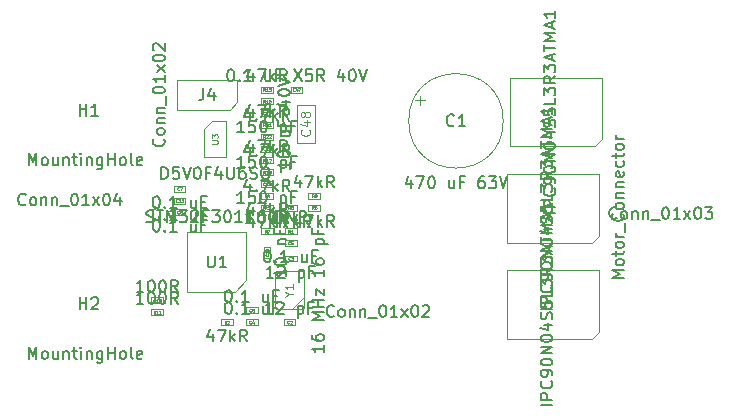
<source format=gbr>
G04 #@! TF.GenerationSoftware,KiCad,Pcbnew,5.1.6*
G04 #@! TF.CreationDate,2020-07-11T18:59:25-04:00*
G04 #@! TF.ProjectId,bldc-controller,626c6463-2d63-46f6-9e74-726f6c6c6572,rev?*
G04 #@! TF.SameCoordinates,Original*
G04 #@! TF.FileFunction,Other,Fab,Top*
%FSLAX46Y46*%
G04 Gerber Fmt 4.6, Leading zero omitted, Abs format (unit mm)*
G04 Created by KiCad (PCBNEW 5.1.6) date 2020-07-11 18:59:25*
%MOMM*%
%LPD*%
G01*
G04 APERTURE LIST*
%ADD10C,0.100000*%
%ADD11C,0.120000*%
%ADD12C,0.150000*%
%ADD13C,0.040000*%
%ADD14C,0.075000*%
%ADD15C,0.105000*%
G04 APERTURE END LIST*
D10*
X63900000Y-104400000D02*
G75*
G03*
X63900000Y-104400000I-4000000J0D01*
G01*
X56473241Y-102652500D02*
X57273241Y-102652500D01*
X56873241Y-102252500D02*
X56873241Y-103052500D01*
X35100000Y-120350000D02*
X35100000Y-120850000D01*
X35100000Y-120850000D02*
X34100000Y-120850000D01*
X34100000Y-120850000D02*
X34100000Y-120350000D01*
X34100000Y-120350000D02*
X35100000Y-120350000D01*
X35100000Y-119350000D02*
X35100000Y-119850000D01*
X35100000Y-119850000D02*
X34100000Y-119850000D01*
X34100000Y-119850000D02*
X34100000Y-119350000D01*
X34100000Y-119350000D02*
X35100000Y-119350000D01*
X48400000Y-110500000D02*
X48400000Y-111000000D01*
X48400000Y-111000000D02*
X47400000Y-111000000D01*
X47400000Y-111000000D02*
X47400000Y-110500000D01*
X47400000Y-110500000D02*
X48400000Y-110500000D01*
X38600000Y-105050000D02*
X39250000Y-104400000D01*
X40400000Y-104400000D02*
X39250000Y-104400000D01*
X38600000Y-105050000D02*
X38600000Y-107500000D01*
X40400000Y-107500000D02*
X38600000Y-107500000D01*
X40400000Y-104400000D02*
X40400000Y-107500000D01*
X43400000Y-106000000D02*
X43400000Y-105500000D01*
X43400000Y-105500000D02*
X44400000Y-105500000D01*
X44400000Y-105500000D02*
X44400000Y-106000000D01*
X44400000Y-106000000D02*
X43400000Y-106000000D01*
X44400000Y-104500000D02*
X44400000Y-105000000D01*
X44400000Y-105000000D02*
X43400000Y-105000000D01*
X43400000Y-105000000D02*
X43400000Y-104500000D01*
X43400000Y-104500000D02*
X44400000Y-104500000D01*
X43400000Y-109000000D02*
X43400000Y-108500000D01*
X43400000Y-108500000D02*
X44400000Y-108500000D01*
X44400000Y-108500000D02*
X44400000Y-109000000D01*
X44400000Y-109000000D02*
X43400000Y-109000000D01*
X44400000Y-107500000D02*
X44400000Y-108000000D01*
X44400000Y-108000000D02*
X43400000Y-108000000D01*
X43400000Y-108000000D02*
X43400000Y-107500000D01*
X43400000Y-107500000D02*
X44400000Y-107500000D01*
X43400000Y-103000000D02*
X43400000Y-102500000D01*
X43400000Y-102500000D02*
X44400000Y-102500000D01*
X44400000Y-102500000D02*
X44400000Y-103000000D01*
X44400000Y-103000000D02*
X43400000Y-103000000D01*
X44400000Y-101500000D02*
X44400000Y-102000000D01*
X44400000Y-102000000D02*
X43400000Y-102000000D01*
X43400000Y-102000000D02*
X43400000Y-101500000D01*
X43400000Y-101500000D02*
X44400000Y-101500000D01*
X44400000Y-113500000D02*
X44400000Y-114000000D01*
X44400000Y-114000000D02*
X43400000Y-114000000D01*
X43400000Y-114000000D02*
X43400000Y-113500000D01*
X43400000Y-113500000D02*
X44400000Y-113500000D01*
X40000000Y-121700000D02*
X40000000Y-121200000D01*
X40000000Y-121200000D02*
X41000000Y-121200000D01*
X41000000Y-121200000D02*
X41000000Y-121700000D01*
X41000000Y-121700000D02*
X40000000Y-121700000D01*
X46400000Y-113500000D02*
X46400000Y-114000000D01*
X46400000Y-114000000D02*
X45400000Y-114000000D01*
X45400000Y-114000000D02*
X45400000Y-113500000D01*
X45400000Y-113500000D02*
X46400000Y-113500000D01*
D11*
X64206000Y-122850000D02*
X64206000Y-117050000D01*
X64206000Y-117050000D02*
X72006000Y-117050000D01*
X72006000Y-117050000D02*
X72006000Y-122250000D01*
X72006000Y-122250000D02*
X71406000Y-122850000D01*
X71406000Y-122850000D02*
X64206000Y-122850000D01*
X64206000Y-114712000D02*
X64206000Y-108912000D01*
X64206000Y-108912000D02*
X72006000Y-108912000D01*
X72006000Y-108912000D02*
X72006000Y-114112000D01*
X72006000Y-114112000D02*
X71406000Y-114712000D01*
X71406000Y-114712000D02*
X64206000Y-114712000D01*
X64460000Y-106550000D02*
X64460000Y-100750000D01*
X64460000Y-100750000D02*
X72260000Y-100750000D01*
X72260000Y-100750000D02*
X72260000Y-105950000D01*
X72260000Y-105950000D02*
X71660000Y-106550000D01*
X71660000Y-106550000D02*
X64460000Y-106550000D01*
D10*
X41370000Y-100930000D02*
X41370000Y-102835000D01*
X41370000Y-102835000D02*
X40735000Y-103470000D01*
X40735000Y-103470000D02*
X36290000Y-103470000D01*
X36290000Y-103470000D02*
X36290000Y-100930000D01*
X36290000Y-100930000D02*
X41370000Y-100930000D01*
X46400000Y-103050000D02*
X48000000Y-103050000D01*
X48000000Y-103050000D02*
X48000000Y-106250000D01*
X48000000Y-106250000D02*
X46400000Y-106250000D01*
X46400000Y-106250000D02*
X46400000Y-103050000D01*
X46900000Y-101500000D02*
X46900000Y-102000000D01*
X46900000Y-102000000D02*
X45900000Y-102000000D01*
X45900000Y-102000000D02*
X45900000Y-101500000D01*
X45900000Y-101500000D02*
X46900000Y-101500000D01*
X43400000Y-107000000D02*
X43400000Y-106500000D01*
X43400000Y-106500000D02*
X44400000Y-106500000D01*
X44400000Y-106500000D02*
X44400000Y-107000000D01*
X44400000Y-107000000D02*
X43400000Y-107000000D01*
X43385000Y-110000000D02*
X43385000Y-109500000D01*
X43385000Y-109500000D02*
X44385000Y-109500000D01*
X44385000Y-109500000D02*
X44385000Y-110000000D01*
X44385000Y-110000000D02*
X43385000Y-110000000D01*
X43400000Y-104000000D02*
X43400000Y-103500000D01*
X43400000Y-103500000D02*
X44400000Y-103500000D01*
X44400000Y-103500000D02*
X44400000Y-104000000D01*
X44400000Y-104000000D02*
X43400000Y-104000000D01*
X36000000Y-111400000D02*
X36000000Y-110900000D01*
X36000000Y-110900000D02*
X37000000Y-110900000D01*
X37000000Y-110900000D02*
X37000000Y-111400000D01*
X37000000Y-111400000D02*
X36000000Y-111400000D01*
X43100000Y-120200000D02*
X43100000Y-120700000D01*
X43100000Y-120700000D02*
X42100000Y-120700000D01*
X42100000Y-120700000D02*
X42100000Y-120200000D01*
X42100000Y-120200000D02*
X43100000Y-120200000D01*
X36000000Y-110400000D02*
X36000000Y-109900000D01*
X36000000Y-109900000D02*
X37000000Y-109900000D01*
X37000000Y-109900000D02*
X37000000Y-110400000D01*
X37000000Y-110400000D02*
X36000000Y-110400000D01*
X36000000Y-112400000D02*
X36000000Y-111900000D01*
X36000000Y-111900000D02*
X37000000Y-111900000D01*
X37000000Y-111900000D02*
X37000000Y-112400000D01*
X37000000Y-112400000D02*
X36000000Y-112400000D01*
X45400000Y-115000000D02*
X45400000Y-114500000D01*
X45400000Y-114500000D02*
X46400000Y-114500000D01*
X46400000Y-114500000D02*
X46400000Y-115000000D01*
X46400000Y-115000000D02*
X45400000Y-115000000D01*
X43100000Y-121200000D02*
X43100000Y-121700000D01*
X43100000Y-121700000D02*
X42100000Y-121700000D01*
X42100000Y-121700000D02*
X42100000Y-121200000D01*
X42100000Y-121200000D02*
X43100000Y-121200000D01*
X45400000Y-116300000D02*
X45400000Y-115800000D01*
X45400000Y-115800000D02*
X46400000Y-115800000D01*
X46400000Y-115800000D02*
X46400000Y-116300000D01*
X46400000Y-116300000D02*
X45400000Y-116300000D01*
X46300000Y-121200000D02*
X46300000Y-121700000D01*
X46300000Y-121700000D02*
X45300000Y-121700000D01*
X45300000Y-121700000D02*
X45300000Y-121200000D01*
X45300000Y-121200000D02*
X46300000Y-121200000D01*
X44550000Y-120250000D02*
X44550000Y-117250000D01*
X44550000Y-117250000D02*
X44650000Y-117150000D01*
X44650000Y-117150000D02*
X46950000Y-117150000D01*
X46950000Y-117150000D02*
X47050000Y-117250000D01*
X47050000Y-117250000D02*
X47050000Y-120250000D01*
X47050000Y-120250000D02*
X46950000Y-120350000D01*
X46950000Y-120350000D02*
X44650000Y-120350000D01*
X44650000Y-120350000D02*
X44550000Y-120250000D01*
X46050000Y-120350000D02*
X47050000Y-119350000D01*
X41150000Y-118850000D02*
X37150000Y-118850000D01*
X37150000Y-118850000D02*
X37150000Y-113850000D01*
X37150000Y-113850000D02*
X42150000Y-113850000D01*
X42150000Y-113850000D02*
X42150000Y-117850000D01*
X42150000Y-117850000D02*
X41150000Y-118850000D01*
X45400000Y-112000000D02*
X45400000Y-111500000D01*
X45400000Y-111500000D02*
X46400000Y-111500000D01*
X46400000Y-111500000D02*
X46400000Y-112000000D01*
X46400000Y-112000000D02*
X45400000Y-112000000D01*
X47400000Y-112000000D02*
X47400000Y-111500000D01*
X47400000Y-111500000D02*
X48400000Y-111500000D01*
X48400000Y-111500000D02*
X48400000Y-112000000D01*
X48400000Y-112000000D02*
X47400000Y-112000000D01*
X43400000Y-112000000D02*
X43400000Y-111500000D01*
X43400000Y-111500000D02*
X44400000Y-111500000D01*
X44400000Y-111500000D02*
X44400000Y-112000000D01*
X44400000Y-112000000D02*
X43400000Y-112000000D01*
X43400000Y-111000000D02*
X43400000Y-110500000D01*
X43400000Y-110500000D02*
X44400000Y-110500000D01*
X44400000Y-110500000D02*
X44400000Y-111000000D01*
X44400000Y-111000000D02*
X43400000Y-111000000D01*
X44150000Y-116050000D02*
X43650000Y-116050000D01*
X43650000Y-116050000D02*
X43650000Y-115050000D01*
X43650000Y-115050000D02*
X44150000Y-115050000D01*
X44150000Y-115050000D02*
X44150000Y-116050000D01*
D12*
X56114285Y-109435714D02*
X56114285Y-110102380D01*
X55876190Y-109054761D02*
X55638095Y-109769047D01*
X56257142Y-109769047D01*
X56542857Y-109102380D02*
X57209523Y-109102380D01*
X56780952Y-110102380D01*
X57780952Y-109102380D02*
X57876190Y-109102380D01*
X57971428Y-109150000D01*
X58019047Y-109197619D01*
X58066666Y-109292857D01*
X58114285Y-109483333D01*
X58114285Y-109721428D01*
X58066666Y-109911904D01*
X58019047Y-110007142D01*
X57971428Y-110054761D01*
X57876190Y-110102380D01*
X57780952Y-110102380D01*
X57685714Y-110054761D01*
X57638095Y-110007142D01*
X57590476Y-109911904D01*
X57542857Y-109721428D01*
X57542857Y-109483333D01*
X57590476Y-109292857D01*
X57638095Y-109197619D01*
X57685714Y-109150000D01*
X57780952Y-109102380D01*
X59733333Y-109435714D02*
X59733333Y-110102380D01*
X59304761Y-109435714D02*
X59304761Y-109959523D01*
X59352380Y-110054761D01*
X59447619Y-110102380D01*
X59590476Y-110102380D01*
X59685714Y-110054761D01*
X59733333Y-110007142D01*
X60542857Y-109578571D02*
X60209523Y-109578571D01*
X60209523Y-110102380D02*
X60209523Y-109102380D01*
X60685714Y-109102380D01*
X62257142Y-109102380D02*
X62066666Y-109102380D01*
X61971428Y-109150000D01*
X61923809Y-109197619D01*
X61828571Y-109340476D01*
X61780952Y-109530952D01*
X61780952Y-109911904D01*
X61828571Y-110007142D01*
X61876190Y-110054761D01*
X61971428Y-110102380D01*
X62161904Y-110102380D01*
X62257142Y-110054761D01*
X62304761Y-110007142D01*
X62352380Y-109911904D01*
X62352380Y-109673809D01*
X62304761Y-109578571D01*
X62257142Y-109530952D01*
X62161904Y-109483333D01*
X61971428Y-109483333D01*
X61876190Y-109530952D01*
X61828571Y-109578571D01*
X61780952Y-109673809D01*
X62685714Y-109102380D02*
X63304761Y-109102380D01*
X62971428Y-109483333D01*
X63114285Y-109483333D01*
X63209523Y-109530952D01*
X63257142Y-109578571D01*
X63304761Y-109673809D01*
X63304761Y-109911904D01*
X63257142Y-110007142D01*
X63209523Y-110054761D01*
X63114285Y-110102380D01*
X62828571Y-110102380D01*
X62733333Y-110054761D01*
X62685714Y-110007142D01*
X63590476Y-109102380D02*
X63923809Y-110102380D01*
X64257142Y-109102380D01*
X59733333Y-104757142D02*
X59685714Y-104804761D01*
X59542857Y-104852380D01*
X59447619Y-104852380D01*
X59304761Y-104804761D01*
X59209523Y-104709523D01*
X59161904Y-104614285D01*
X59114285Y-104423809D01*
X59114285Y-104280952D01*
X59161904Y-104090476D01*
X59209523Y-103995238D01*
X59304761Y-103900000D01*
X59447619Y-103852380D01*
X59542857Y-103852380D01*
X59685714Y-103900000D01*
X59733333Y-103947619D01*
X60685714Y-104852380D02*
X60114285Y-104852380D01*
X60400000Y-104852380D02*
X60400000Y-103852380D01*
X60304761Y-103995238D01*
X60209523Y-104090476D01*
X60114285Y-104138095D01*
X23461904Y-111457142D02*
X23414285Y-111504761D01*
X23271428Y-111552380D01*
X23176190Y-111552380D01*
X23033333Y-111504761D01*
X22938095Y-111409523D01*
X22890476Y-111314285D01*
X22842857Y-111123809D01*
X22842857Y-110980952D01*
X22890476Y-110790476D01*
X22938095Y-110695238D01*
X23033333Y-110600000D01*
X23176190Y-110552380D01*
X23271428Y-110552380D01*
X23414285Y-110600000D01*
X23461904Y-110647619D01*
X24033333Y-111552380D02*
X23938095Y-111504761D01*
X23890476Y-111457142D01*
X23842857Y-111361904D01*
X23842857Y-111076190D01*
X23890476Y-110980952D01*
X23938095Y-110933333D01*
X24033333Y-110885714D01*
X24176190Y-110885714D01*
X24271428Y-110933333D01*
X24319047Y-110980952D01*
X24366666Y-111076190D01*
X24366666Y-111361904D01*
X24319047Y-111457142D01*
X24271428Y-111504761D01*
X24176190Y-111552380D01*
X24033333Y-111552380D01*
X24795238Y-110885714D02*
X24795238Y-111552380D01*
X24795238Y-110980952D02*
X24842857Y-110933333D01*
X24938095Y-110885714D01*
X25080952Y-110885714D01*
X25176190Y-110933333D01*
X25223809Y-111028571D01*
X25223809Y-111552380D01*
X25700000Y-110885714D02*
X25700000Y-111552380D01*
X25700000Y-110980952D02*
X25747619Y-110933333D01*
X25842857Y-110885714D01*
X25985714Y-110885714D01*
X26080952Y-110933333D01*
X26128571Y-111028571D01*
X26128571Y-111552380D01*
X26366666Y-111647619D02*
X27128571Y-111647619D01*
X27557142Y-110552380D02*
X27652380Y-110552380D01*
X27747619Y-110600000D01*
X27795238Y-110647619D01*
X27842857Y-110742857D01*
X27890476Y-110933333D01*
X27890476Y-111171428D01*
X27842857Y-111361904D01*
X27795238Y-111457142D01*
X27747619Y-111504761D01*
X27652380Y-111552380D01*
X27557142Y-111552380D01*
X27461904Y-111504761D01*
X27414285Y-111457142D01*
X27366666Y-111361904D01*
X27319047Y-111171428D01*
X27319047Y-110933333D01*
X27366666Y-110742857D01*
X27414285Y-110647619D01*
X27461904Y-110600000D01*
X27557142Y-110552380D01*
X28842857Y-111552380D02*
X28271428Y-111552380D01*
X28557142Y-111552380D02*
X28557142Y-110552380D01*
X28461904Y-110695238D01*
X28366666Y-110790476D01*
X28271428Y-110838095D01*
X29176190Y-111552380D02*
X29700000Y-110885714D01*
X29176190Y-110885714D02*
X29700000Y-111552380D01*
X30271428Y-110552380D02*
X30366666Y-110552380D01*
X30461904Y-110600000D01*
X30509523Y-110647619D01*
X30557142Y-110742857D01*
X30604761Y-110933333D01*
X30604761Y-111171428D01*
X30557142Y-111361904D01*
X30509523Y-111457142D01*
X30461904Y-111504761D01*
X30366666Y-111552380D01*
X30271428Y-111552380D01*
X30176190Y-111504761D01*
X30128571Y-111457142D01*
X30080952Y-111361904D01*
X30033333Y-111171428D01*
X30033333Y-110933333D01*
X30080952Y-110742857D01*
X30128571Y-110647619D01*
X30176190Y-110600000D01*
X30271428Y-110552380D01*
X31461904Y-110885714D02*
X31461904Y-111552380D01*
X31223809Y-110504761D02*
X30985714Y-111219047D01*
X31604761Y-111219047D01*
X49561904Y-120907142D02*
X49514285Y-120954761D01*
X49371428Y-121002380D01*
X49276190Y-121002380D01*
X49133333Y-120954761D01*
X49038095Y-120859523D01*
X48990476Y-120764285D01*
X48942857Y-120573809D01*
X48942857Y-120430952D01*
X48990476Y-120240476D01*
X49038095Y-120145238D01*
X49133333Y-120050000D01*
X49276190Y-120002380D01*
X49371428Y-120002380D01*
X49514285Y-120050000D01*
X49561904Y-120097619D01*
X50133333Y-121002380D02*
X50038095Y-120954761D01*
X49990476Y-120907142D01*
X49942857Y-120811904D01*
X49942857Y-120526190D01*
X49990476Y-120430952D01*
X50038095Y-120383333D01*
X50133333Y-120335714D01*
X50276190Y-120335714D01*
X50371428Y-120383333D01*
X50419047Y-120430952D01*
X50466666Y-120526190D01*
X50466666Y-120811904D01*
X50419047Y-120907142D01*
X50371428Y-120954761D01*
X50276190Y-121002380D01*
X50133333Y-121002380D01*
X50895238Y-120335714D02*
X50895238Y-121002380D01*
X50895238Y-120430952D02*
X50942857Y-120383333D01*
X51038095Y-120335714D01*
X51180952Y-120335714D01*
X51276190Y-120383333D01*
X51323809Y-120478571D01*
X51323809Y-121002380D01*
X51800000Y-120335714D02*
X51800000Y-121002380D01*
X51800000Y-120430952D02*
X51847619Y-120383333D01*
X51942857Y-120335714D01*
X52085714Y-120335714D01*
X52180952Y-120383333D01*
X52228571Y-120478571D01*
X52228571Y-121002380D01*
X52466666Y-121097619D02*
X53228571Y-121097619D01*
X53657142Y-120002380D02*
X53752380Y-120002380D01*
X53847619Y-120050000D01*
X53895238Y-120097619D01*
X53942857Y-120192857D01*
X53990476Y-120383333D01*
X53990476Y-120621428D01*
X53942857Y-120811904D01*
X53895238Y-120907142D01*
X53847619Y-120954761D01*
X53752380Y-121002380D01*
X53657142Y-121002380D01*
X53561904Y-120954761D01*
X53514285Y-120907142D01*
X53466666Y-120811904D01*
X53419047Y-120621428D01*
X53419047Y-120383333D01*
X53466666Y-120192857D01*
X53514285Y-120097619D01*
X53561904Y-120050000D01*
X53657142Y-120002380D01*
X54942857Y-121002380D02*
X54371428Y-121002380D01*
X54657142Y-121002380D02*
X54657142Y-120002380D01*
X54561904Y-120145238D01*
X54466666Y-120240476D01*
X54371428Y-120288095D01*
X55276190Y-121002380D02*
X55800000Y-120335714D01*
X55276190Y-120335714D02*
X55800000Y-121002380D01*
X56371428Y-120002380D02*
X56466666Y-120002380D01*
X56561904Y-120050000D01*
X56609523Y-120097619D01*
X56657142Y-120192857D01*
X56704761Y-120383333D01*
X56704761Y-120621428D01*
X56657142Y-120811904D01*
X56609523Y-120907142D01*
X56561904Y-120954761D01*
X56466666Y-121002380D01*
X56371428Y-121002380D01*
X56276190Y-120954761D01*
X56228571Y-120907142D01*
X56180952Y-120811904D01*
X56133333Y-120621428D01*
X56133333Y-120383333D01*
X56180952Y-120192857D01*
X56228571Y-120097619D01*
X56276190Y-120050000D01*
X56371428Y-120002380D01*
X57085714Y-120097619D02*
X57133333Y-120050000D01*
X57228571Y-120002380D01*
X57466666Y-120002380D01*
X57561904Y-120050000D01*
X57609523Y-120097619D01*
X57657142Y-120192857D01*
X57657142Y-120288095D01*
X57609523Y-120430952D01*
X57038095Y-121002380D01*
X57657142Y-121002380D01*
X33433333Y-119882380D02*
X32861904Y-119882380D01*
X33147619Y-119882380D02*
X33147619Y-118882380D01*
X33052380Y-119025238D01*
X32957142Y-119120476D01*
X32861904Y-119168095D01*
X34052380Y-118882380D02*
X34147619Y-118882380D01*
X34242857Y-118930000D01*
X34290476Y-118977619D01*
X34338095Y-119072857D01*
X34385714Y-119263333D01*
X34385714Y-119501428D01*
X34338095Y-119691904D01*
X34290476Y-119787142D01*
X34242857Y-119834761D01*
X34147619Y-119882380D01*
X34052380Y-119882380D01*
X33957142Y-119834761D01*
X33909523Y-119787142D01*
X33861904Y-119691904D01*
X33814285Y-119501428D01*
X33814285Y-119263333D01*
X33861904Y-119072857D01*
X33909523Y-118977619D01*
X33957142Y-118930000D01*
X34052380Y-118882380D01*
X35004761Y-118882380D02*
X35100000Y-118882380D01*
X35195238Y-118930000D01*
X35242857Y-118977619D01*
X35290476Y-119072857D01*
X35338095Y-119263333D01*
X35338095Y-119501428D01*
X35290476Y-119691904D01*
X35242857Y-119787142D01*
X35195238Y-119834761D01*
X35100000Y-119882380D01*
X35004761Y-119882380D01*
X34909523Y-119834761D01*
X34861904Y-119787142D01*
X34814285Y-119691904D01*
X34766666Y-119501428D01*
X34766666Y-119263333D01*
X34814285Y-119072857D01*
X34861904Y-118977619D01*
X34909523Y-118930000D01*
X35004761Y-118882380D01*
X36338095Y-119882380D02*
X36004761Y-119406190D01*
X35766666Y-119882380D02*
X35766666Y-118882380D01*
X36147619Y-118882380D01*
X36242857Y-118930000D01*
X36290476Y-118977619D01*
X36338095Y-119072857D01*
X36338095Y-119215714D01*
X36290476Y-119310952D01*
X36242857Y-119358571D01*
X36147619Y-119406190D01*
X35766666Y-119406190D01*
D13*
X34439285Y-120713095D02*
X34355952Y-120594047D01*
X34296428Y-120713095D02*
X34296428Y-120463095D01*
X34391666Y-120463095D01*
X34415476Y-120475000D01*
X34427380Y-120486904D01*
X34439285Y-120510714D01*
X34439285Y-120546428D01*
X34427380Y-120570238D01*
X34415476Y-120582142D01*
X34391666Y-120594047D01*
X34296428Y-120594047D01*
X34677380Y-120713095D02*
X34534523Y-120713095D01*
X34605952Y-120713095D02*
X34605952Y-120463095D01*
X34582142Y-120498809D01*
X34558333Y-120522619D01*
X34534523Y-120534523D01*
X34915476Y-120713095D02*
X34772619Y-120713095D01*
X34844047Y-120713095D02*
X34844047Y-120463095D01*
X34820238Y-120498809D01*
X34796428Y-120522619D01*
X34772619Y-120534523D01*
D12*
X33433333Y-118882380D02*
X32861904Y-118882380D01*
X33147619Y-118882380D02*
X33147619Y-117882380D01*
X33052380Y-118025238D01*
X32957142Y-118120476D01*
X32861904Y-118168095D01*
X34052380Y-117882380D02*
X34147619Y-117882380D01*
X34242857Y-117930000D01*
X34290476Y-117977619D01*
X34338095Y-118072857D01*
X34385714Y-118263333D01*
X34385714Y-118501428D01*
X34338095Y-118691904D01*
X34290476Y-118787142D01*
X34242857Y-118834761D01*
X34147619Y-118882380D01*
X34052380Y-118882380D01*
X33957142Y-118834761D01*
X33909523Y-118787142D01*
X33861904Y-118691904D01*
X33814285Y-118501428D01*
X33814285Y-118263333D01*
X33861904Y-118072857D01*
X33909523Y-117977619D01*
X33957142Y-117930000D01*
X34052380Y-117882380D01*
X35004761Y-117882380D02*
X35100000Y-117882380D01*
X35195238Y-117930000D01*
X35242857Y-117977619D01*
X35290476Y-118072857D01*
X35338095Y-118263333D01*
X35338095Y-118501428D01*
X35290476Y-118691904D01*
X35242857Y-118787142D01*
X35195238Y-118834761D01*
X35100000Y-118882380D01*
X35004761Y-118882380D01*
X34909523Y-118834761D01*
X34861904Y-118787142D01*
X34814285Y-118691904D01*
X34766666Y-118501428D01*
X34766666Y-118263333D01*
X34814285Y-118072857D01*
X34861904Y-117977619D01*
X34909523Y-117930000D01*
X35004761Y-117882380D01*
X36338095Y-118882380D02*
X36004761Y-118406190D01*
X35766666Y-118882380D02*
X35766666Y-117882380D01*
X36147619Y-117882380D01*
X36242857Y-117930000D01*
X36290476Y-117977619D01*
X36338095Y-118072857D01*
X36338095Y-118215714D01*
X36290476Y-118310952D01*
X36242857Y-118358571D01*
X36147619Y-118406190D01*
X35766666Y-118406190D01*
D13*
X34439285Y-119713095D02*
X34355952Y-119594047D01*
X34296428Y-119713095D02*
X34296428Y-119463095D01*
X34391666Y-119463095D01*
X34415476Y-119475000D01*
X34427380Y-119486904D01*
X34439285Y-119510714D01*
X34439285Y-119546428D01*
X34427380Y-119570238D01*
X34415476Y-119582142D01*
X34391666Y-119594047D01*
X34296428Y-119594047D01*
X34677380Y-119713095D02*
X34534523Y-119713095D01*
X34605952Y-119713095D02*
X34605952Y-119463095D01*
X34582142Y-119498809D01*
X34558333Y-119522619D01*
X34534523Y-119534523D01*
X34832142Y-119463095D02*
X34855952Y-119463095D01*
X34879761Y-119475000D01*
X34891666Y-119486904D01*
X34903571Y-119510714D01*
X34915476Y-119558333D01*
X34915476Y-119617857D01*
X34903571Y-119665476D01*
X34891666Y-119689285D01*
X34879761Y-119701190D01*
X34855952Y-119713095D01*
X34832142Y-119713095D01*
X34808333Y-119701190D01*
X34796428Y-119689285D01*
X34784523Y-119665476D01*
X34772619Y-119617857D01*
X34772619Y-119558333D01*
X34784523Y-119510714D01*
X34796428Y-119486904D01*
X34808333Y-119475000D01*
X34832142Y-119463095D01*
D12*
X73511904Y-112607142D02*
X73464285Y-112654761D01*
X73321428Y-112702380D01*
X73226190Y-112702380D01*
X73083333Y-112654761D01*
X72988095Y-112559523D01*
X72940476Y-112464285D01*
X72892857Y-112273809D01*
X72892857Y-112130952D01*
X72940476Y-111940476D01*
X72988095Y-111845238D01*
X73083333Y-111750000D01*
X73226190Y-111702380D01*
X73321428Y-111702380D01*
X73464285Y-111750000D01*
X73511904Y-111797619D01*
X74083333Y-112702380D02*
X73988095Y-112654761D01*
X73940476Y-112607142D01*
X73892857Y-112511904D01*
X73892857Y-112226190D01*
X73940476Y-112130952D01*
X73988095Y-112083333D01*
X74083333Y-112035714D01*
X74226190Y-112035714D01*
X74321428Y-112083333D01*
X74369047Y-112130952D01*
X74416666Y-112226190D01*
X74416666Y-112511904D01*
X74369047Y-112607142D01*
X74321428Y-112654761D01*
X74226190Y-112702380D01*
X74083333Y-112702380D01*
X74845238Y-112035714D02*
X74845238Y-112702380D01*
X74845238Y-112130952D02*
X74892857Y-112083333D01*
X74988095Y-112035714D01*
X75130952Y-112035714D01*
X75226190Y-112083333D01*
X75273809Y-112178571D01*
X75273809Y-112702380D01*
X75750000Y-112035714D02*
X75750000Y-112702380D01*
X75750000Y-112130952D02*
X75797619Y-112083333D01*
X75892857Y-112035714D01*
X76035714Y-112035714D01*
X76130952Y-112083333D01*
X76178571Y-112178571D01*
X76178571Y-112702380D01*
X76416666Y-112797619D02*
X77178571Y-112797619D01*
X77607142Y-111702380D02*
X77702380Y-111702380D01*
X77797619Y-111750000D01*
X77845238Y-111797619D01*
X77892857Y-111892857D01*
X77940476Y-112083333D01*
X77940476Y-112321428D01*
X77892857Y-112511904D01*
X77845238Y-112607142D01*
X77797619Y-112654761D01*
X77702380Y-112702380D01*
X77607142Y-112702380D01*
X77511904Y-112654761D01*
X77464285Y-112607142D01*
X77416666Y-112511904D01*
X77369047Y-112321428D01*
X77369047Y-112083333D01*
X77416666Y-111892857D01*
X77464285Y-111797619D01*
X77511904Y-111750000D01*
X77607142Y-111702380D01*
X78892857Y-112702380D02*
X78321428Y-112702380D01*
X78607142Y-112702380D02*
X78607142Y-111702380D01*
X78511904Y-111845238D01*
X78416666Y-111940476D01*
X78321428Y-111988095D01*
X79226190Y-112702380D02*
X79750000Y-112035714D01*
X79226190Y-112035714D02*
X79750000Y-112702380D01*
X80321428Y-111702380D02*
X80416666Y-111702380D01*
X80511904Y-111750000D01*
X80559523Y-111797619D01*
X80607142Y-111892857D01*
X80654761Y-112083333D01*
X80654761Y-112321428D01*
X80607142Y-112511904D01*
X80559523Y-112607142D01*
X80511904Y-112654761D01*
X80416666Y-112702380D01*
X80321428Y-112702380D01*
X80226190Y-112654761D01*
X80178571Y-112607142D01*
X80130952Y-112511904D01*
X80083333Y-112321428D01*
X80083333Y-112083333D01*
X80130952Y-111892857D01*
X80178571Y-111797619D01*
X80226190Y-111750000D01*
X80321428Y-111702380D01*
X80988095Y-111702380D02*
X81607142Y-111702380D01*
X81273809Y-112083333D01*
X81416666Y-112083333D01*
X81511904Y-112130952D01*
X81559523Y-112178571D01*
X81607142Y-112273809D01*
X81607142Y-112511904D01*
X81559523Y-112607142D01*
X81511904Y-112654761D01*
X81416666Y-112702380D01*
X81130952Y-112702380D01*
X81035714Y-112654761D01*
X80988095Y-112607142D01*
X74102380Y-117726190D02*
X73102380Y-117726190D01*
X73816666Y-117392857D01*
X73102380Y-117059523D01*
X74102380Y-117059523D01*
X74102380Y-116440476D02*
X74054761Y-116535714D01*
X74007142Y-116583333D01*
X73911904Y-116630952D01*
X73626190Y-116630952D01*
X73530952Y-116583333D01*
X73483333Y-116535714D01*
X73435714Y-116440476D01*
X73435714Y-116297619D01*
X73483333Y-116202380D01*
X73530952Y-116154761D01*
X73626190Y-116107142D01*
X73911904Y-116107142D01*
X74007142Y-116154761D01*
X74054761Y-116202380D01*
X74102380Y-116297619D01*
X74102380Y-116440476D01*
X73435714Y-115821428D02*
X73435714Y-115440476D01*
X73102380Y-115678571D02*
X73959523Y-115678571D01*
X74054761Y-115630952D01*
X74102380Y-115535714D01*
X74102380Y-115440476D01*
X74102380Y-114964285D02*
X74054761Y-115059523D01*
X74007142Y-115107142D01*
X73911904Y-115154761D01*
X73626190Y-115154761D01*
X73530952Y-115107142D01*
X73483333Y-115059523D01*
X73435714Y-114964285D01*
X73435714Y-114821428D01*
X73483333Y-114726190D01*
X73530952Y-114678571D01*
X73626190Y-114630952D01*
X73911904Y-114630952D01*
X74007142Y-114678571D01*
X74054761Y-114726190D01*
X74102380Y-114821428D01*
X74102380Y-114964285D01*
X74102380Y-114202380D02*
X73435714Y-114202380D01*
X73626190Y-114202380D02*
X73530952Y-114154761D01*
X73483333Y-114107142D01*
X73435714Y-114011904D01*
X73435714Y-113916666D01*
X74197619Y-113821428D02*
X74197619Y-113059523D01*
X74007142Y-112250000D02*
X74054761Y-112297619D01*
X74102380Y-112440476D01*
X74102380Y-112535714D01*
X74054761Y-112678571D01*
X73959523Y-112773809D01*
X73864285Y-112821428D01*
X73673809Y-112869047D01*
X73530952Y-112869047D01*
X73340476Y-112821428D01*
X73245238Y-112773809D01*
X73150000Y-112678571D01*
X73102380Y-112535714D01*
X73102380Y-112440476D01*
X73150000Y-112297619D01*
X73197619Y-112250000D01*
X74102380Y-111678571D02*
X74054761Y-111773809D01*
X74007142Y-111821428D01*
X73911904Y-111869047D01*
X73626190Y-111869047D01*
X73530952Y-111821428D01*
X73483333Y-111773809D01*
X73435714Y-111678571D01*
X73435714Y-111535714D01*
X73483333Y-111440476D01*
X73530952Y-111392857D01*
X73626190Y-111345238D01*
X73911904Y-111345238D01*
X74007142Y-111392857D01*
X74054761Y-111440476D01*
X74102380Y-111535714D01*
X74102380Y-111678571D01*
X73435714Y-110916666D02*
X74102380Y-110916666D01*
X73530952Y-110916666D02*
X73483333Y-110869047D01*
X73435714Y-110773809D01*
X73435714Y-110630952D01*
X73483333Y-110535714D01*
X73578571Y-110488095D01*
X74102380Y-110488095D01*
X73435714Y-110011904D02*
X74102380Y-110011904D01*
X73530952Y-110011904D02*
X73483333Y-109964285D01*
X73435714Y-109869047D01*
X73435714Y-109726190D01*
X73483333Y-109630952D01*
X73578571Y-109583333D01*
X74102380Y-109583333D01*
X74054761Y-108726190D02*
X74102380Y-108821428D01*
X74102380Y-109011904D01*
X74054761Y-109107142D01*
X73959523Y-109154761D01*
X73578571Y-109154761D01*
X73483333Y-109107142D01*
X73435714Y-109011904D01*
X73435714Y-108821428D01*
X73483333Y-108726190D01*
X73578571Y-108678571D01*
X73673809Y-108678571D01*
X73769047Y-109154761D01*
X74054761Y-107821428D02*
X74102380Y-107916666D01*
X74102380Y-108107142D01*
X74054761Y-108202380D01*
X74007142Y-108250000D01*
X73911904Y-108297619D01*
X73626190Y-108297619D01*
X73530952Y-108250000D01*
X73483333Y-108202380D01*
X73435714Y-108107142D01*
X73435714Y-107916666D01*
X73483333Y-107821428D01*
X73435714Y-107535714D02*
X73435714Y-107154761D01*
X73102380Y-107392857D02*
X73959523Y-107392857D01*
X74054761Y-107345238D01*
X74102380Y-107250000D01*
X74102380Y-107154761D01*
X74102380Y-106678571D02*
X74054761Y-106773809D01*
X74007142Y-106821428D01*
X73911904Y-106869047D01*
X73626190Y-106869047D01*
X73530952Y-106821428D01*
X73483333Y-106773809D01*
X73435714Y-106678571D01*
X73435714Y-106535714D01*
X73483333Y-106440476D01*
X73530952Y-106392857D01*
X73626190Y-106345238D01*
X73911904Y-106345238D01*
X74007142Y-106392857D01*
X74054761Y-106440476D01*
X74102380Y-106535714D01*
X74102380Y-106678571D01*
X74102380Y-105916666D02*
X73435714Y-105916666D01*
X73626190Y-105916666D02*
X73530952Y-105869047D01*
X73483333Y-105821428D01*
X73435714Y-105726190D01*
X73435714Y-105630952D01*
X46709523Y-109365714D02*
X46709523Y-110032380D01*
X46471428Y-108984761D02*
X46233333Y-109699047D01*
X46852380Y-109699047D01*
X47138095Y-109032380D02*
X47804761Y-109032380D01*
X47376190Y-110032380D01*
X48185714Y-110032380D02*
X48185714Y-109032380D01*
X48280952Y-109651428D02*
X48566666Y-110032380D01*
X48566666Y-109365714D02*
X48185714Y-109746666D01*
X49566666Y-110032380D02*
X49233333Y-109556190D01*
X48995238Y-110032380D02*
X48995238Y-109032380D01*
X49376190Y-109032380D01*
X49471428Y-109080000D01*
X49519047Y-109127619D01*
X49566666Y-109222857D01*
X49566666Y-109365714D01*
X49519047Y-109460952D01*
X49471428Y-109508571D01*
X49376190Y-109556190D01*
X48995238Y-109556190D01*
D13*
X47858333Y-110863095D02*
X47775000Y-110744047D01*
X47715476Y-110863095D02*
X47715476Y-110613095D01*
X47810714Y-110613095D01*
X47834523Y-110625000D01*
X47846428Y-110636904D01*
X47858333Y-110660714D01*
X47858333Y-110696428D01*
X47846428Y-110720238D01*
X47834523Y-110732142D01*
X47810714Y-110744047D01*
X47715476Y-110744047D01*
X47977380Y-110863095D02*
X48025000Y-110863095D01*
X48048809Y-110851190D01*
X48060714Y-110839285D01*
X48084523Y-110803571D01*
X48096428Y-110755952D01*
X48096428Y-110660714D01*
X48084523Y-110636904D01*
X48072619Y-110625000D01*
X48048809Y-110613095D01*
X48001190Y-110613095D01*
X47977380Y-110625000D01*
X47965476Y-110636904D01*
X47953571Y-110660714D01*
X47953571Y-110720238D01*
X47965476Y-110744047D01*
X47977380Y-110755952D01*
X48001190Y-110767857D01*
X48048809Y-110767857D01*
X48072619Y-110755952D01*
X48084523Y-110744047D01*
X48096428Y-110720238D01*
D12*
X34952380Y-109302380D02*
X34952380Y-108302380D01*
X35190476Y-108302380D01*
X35333333Y-108350000D01*
X35428571Y-108445238D01*
X35476190Y-108540476D01*
X35523809Y-108730952D01*
X35523809Y-108873809D01*
X35476190Y-109064285D01*
X35428571Y-109159523D01*
X35333333Y-109254761D01*
X35190476Y-109302380D01*
X34952380Y-109302380D01*
X36428571Y-108302380D02*
X35952380Y-108302380D01*
X35904761Y-108778571D01*
X35952380Y-108730952D01*
X36047619Y-108683333D01*
X36285714Y-108683333D01*
X36380952Y-108730952D01*
X36428571Y-108778571D01*
X36476190Y-108873809D01*
X36476190Y-109111904D01*
X36428571Y-109207142D01*
X36380952Y-109254761D01*
X36285714Y-109302380D01*
X36047619Y-109302380D01*
X35952380Y-109254761D01*
X35904761Y-109207142D01*
X36761904Y-108302380D02*
X37095238Y-109302380D01*
X37428571Y-108302380D01*
X37952380Y-108302380D02*
X38047619Y-108302380D01*
X38142857Y-108350000D01*
X38190476Y-108397619D01*
X38238095Y-108492857D01*
X38285714Y-108683333D01*
X38285714Y-108921428D01*
X38238095Y-109111904D01*
X38190476Y-109207142D01*
X38142857Y-109254761D01*
X38047619Y-109302380D01*
X37952380Y-109302380D01*
X37857142Y-109254761D01*
X37809523Y-109207142D01*
X37761904Y-109111904D01*
X37714285Y-108921428D01*
X37714285Y-108683333D01*
X37761904Y-108492857D01*
X37809523Y-108397619D01*
X37857142Y-108350000D01*
X37952380Y-108302380D01*
X39047619Y-108778571D02*
X38714285Y-108778571D01*
X38714285Y-109302380D02*
X38714285Y-108302380D01*
X39190476Y-108302380D01*
X40000000Y-108635714D02*
X40000000Y-109302380D01*
X39761904Y-108254761D02*
X39523809Y-108969047D01*
X40142857Y-108969047D01*
X40523809Y-108302380D02*
X40523809Y-109111904D01*
X40571428Y-109207142D01*
X40619047Y-109254761D01*
X40714285Y-109302380D01*
X40904761Y-109302380D01*
X41000000Y-109254761D01*
X41047619Y-109207142D01*
X41095238Y-109111904D01*
X41095238Y-108302380D01*
X42000000Y-108302380D02*
X41809523Y-108302380D01*
X41714285Y-108350000D01*
X41666666Y-108397619D01*
X41571428Y-108540476D01*
X41523809Y-108730952D01*
X41523809Y-109111904D01*
X41571428Y-109207142D01*
X41619047Y-109254761D01*
X41714285Y-109302380D01*
X41904761Y-109302380D01*
X42000000Y-109254761D01*
X42047619Y-109207142D01*
X42095238Y-109111904D01*
X42095238Y-108873809D01*
X42047619Y-108778571D01*
X42000000Y-108730952D01*
X41904761Y-108683333D01*
X41714285Y-108683333D01*
X41619047Y-108730952D01*
X41571428Y-108778571D01*
X41523809Y-108873809D01*
X42476190Y-109254761D02*
X42619047Y-109302380D01*
X42857142Y-109302380D01*
X42952380Y-109254761D01*
X43000000Y-109207142D01*
X43047619Y-109111904D01*
X43047619Y-109016666D01*
X43000000Y-108921428D01*
X42952380Y-108873809D01*
X42857142Y-108826190D01*
X42666666Y-108778571D01*
X42571428Y-108730952D01*
X42523809Y-108683333D01*
X42476190Y-108588095D01*
X42476190Y-108492857D01*
X42523809Y-108397619D01*
X42571428Y-108350000D01*
X42666666Y-108302380D01*
X42904761Y-108302380D01*
X43047619Y-108350000D01*
X43666666Y-108302380D02*
X43857142Y-108302380D01*
X43952380Y-108350000D01*
X44047619Y-108445238D01*
X44095238Y-108635714D01*
X44095238Y-108969047D01*
X44047619Y-109159523D01*
X43952380Y-109254761D01*
X43857142Y-109302380D01*
X43666666Y-109302380D01*
X43571428Y-109254761D01*
X43476190Y-109159523D01*
X43428571Y-108969047D01*
X43428571Y-108635714D01*
X43476190Y-108445238D01*
X43571428Y-108350000D01*
X43666666Y-108302380D01*
D14*
X39226190Y-106330952D02*
X39630952Y-106330952D01*
X39678571Y-106307142D01*
X39702380Y-106283333D01*
X39726190Y-106235714D01*
X39726190Y-106140476D01*
X39702380Y-106092857D01*
X39678571Y-106069047D01*
X39630952Y-106045238D01*
X39226190Y-106045238D01*
X39226190Y-105854761D02*
X39226190Y-105545238D01*
X39416666Y-105711904D01*
X39416666Y-105640476D01*
X39440476Y-105592857D01*
X39464285Y-105569047D01*
X39511904Y-105545238D01*
X39630952Y-105545238D01*
X39678571Y-105569047D01*
X39702380Y-105592857D01*
X39726190Y-105640476D01*
X39726190Y-105783333D01*
X39702380Y-105830952D01*
X39678571Y-105854761D01*
D12*
X42471428Y-106705714D02*
X42471428Y-107372380D01*
X42233333Y-106324761D02*
X41995238Y-107039047D01*
X42614285Y-107039047D01*
X42995238Y-107277142D02*
X43042857Y-107324761D01*
X42995238Y-107372380D01*
X42947619Y-107324761D01*
X42995238Y-107277142D01*
X42995238Y-107372380D01*
X43376190Y-106372380D02*
X44042857Y-106372380D01*
X43614285Y-107372380D01*
X44423809Y-107372380D02*
X44423809Y-106372380D01*
X44519047Y-106991428D02*
X44804761Y-107372380D01*
X44804761Y-106705714D02*
X44423809Y-107086666D01*
X45804761Y-107372380D02*
X45471428Y-106896190D01*
X45233333Y-107372380D02*
X45233333Y-106372380D01*
X45614285Y-106372380D01*
X45709523Y-106420000D01*
X45757142Y-106467619D01*
X45804761Y-106562857D01*
X45804761Y-106705714D01*
X45757142Y-106800952D01*
X45709523Y-106848571D01*
X45614285Y-106896190D01*
X45233333Y-106896190D01*
D13*
X43739285Y-105863095D02*
X43655952Y-105744047D01*
X43596428Y-105863095D02*
X43596428Y-105613095D01*
X43691666Y-105613095D01*
X43715476Y-105625000D01*
X43727380Y-105636904D01*
X43739285Y-105660714D01*
X43739285Y-105696428D01*
X43727380Y-105720238D01*
X43715476Y-105732142D01*
X43691666Y-105744047D01*
X43596428Y-105744047D01*
X43834523Y-105636904D02*
X43846428Y-105625000D01*
X43870238Y-105613095D01*
X43929761Y-105613095D01*
X43953571Y-105625000D01*
X43965476Y-105636904D01*
X43977380Y-105660714D01*
X43977380Y-105684523D01*
X43965476Y-105720238D01*
X43822619Y-105863095D01*
X43977380Y-105863095D01*
X44072619Y-105636904D02*
X44084523Y-105625000D01*
X44108333Y-105613095D01*
X44167857Y-105613095D01*
X44191666Y-105625000D01*
X44203571Y-105636904D01*
X44215476Y-105660714D01*
X44215476Y-105684523D01*
X44203571Y-105720238D01*
X44060714Y-105863095D01*
X44215476Y-105863095D01*
D12*
X42709523Y-103365714D02*
X42709523Y-104032380D01*
X42471428Y-102984761D02*
X42233333Y-103699047D01*
X42852380Y-103699047D01*
X43138095Y-103032380D02*
X43804761Y-103032380D01*
X43376190Y-104032380D01*
X44185714Y-104032380D02*
X44185714Y-103032380D01*
X44280952Y-103651428D02*
X44566666Y-104032380D01*
X44566666Y-103365714D02*
X44185714Y-103746666D01*
X45566666Y-104032380D02*
X45233333Y-103556190D01*
X44995238Y-104032380D02*
X44995238Y-103032380D01*
X45376190Y-103032380D01*
X45471428Y-103080000D01*
X45519047Y-103127619D01*
X45566666Y-103222857D01*
X45566666Y-103365714D01*
X45519047Y-103460952D01*
X45471428Y-103508571D01*
X45376190Y-103556190D01*
X44995238Y-103556190D01*
D13*
X43739285Y-104863095D02*
X43655952Y-104744047D01*
X43596428Y-104863095D02*
X43596428Y-104613095D01*
X43691666Y-104613095D01*
X43715476Y-104625000D01*
X43727380Y-104636904D01*
X43739285Y-104660714D01*
X43739285Y-104696428D01*
X43727380Y-104720238D01*
X43715476Y-104732142D01*
X43691666Y-104744047D01*
X43596428Y-104744047D01*
X43834523Y-104636904D02*
X43846428Y-104625000D01*
X43870238Y-104613095D01*
X43929761Y-104613095D01*
X43953571Y-104625000D01*
X43965476Y-104636904D01*
X43977380Y-104660714D01*
X43977380Y-104684523D01*
X43965476Y-104720238D01*
X43822619Y-104863095D01*
X43977380Y-104863095D01*
X44215476Y-104863095D02*
X44072619Y-104863095D01*
X44144047Y-104863095D02*
X44144047Y-104613095D01*
X44120238Y-104648809D01*
X44096428Y-104672619D01*
X44072619Y-104684523D01*
D12*
X42471428Y-109705714D02*
X42471428Y-110372380D01*
X42233333Y-109324761D02*
X41995238Y-110039047D01*
X42614285Y-110039047D01*
X42995238Y-110277142D02*
X43042857Y-110324761D01*
X42995238Y-110372380D01*
X42947619Y-110324761D01*
X42995238Y-110277142D01*
X42995238Y-110372380D01*
X43376190Y-109372380D02*
X44042857Y-109372380D01*
X43614285Y-110372380D01*
X44423809Y-110372380D02*
X44423809Y-109372380D01*
X44519047Y-109991428D02*
X44804761Y-110372380D01*
X44804761Y-109705714D02*
X44423809Y-110086666D01*
X45804761Y-110372380D02*
X45471428Y-109896190D01*
X45233333Y-110372380D02*
X45233333Y-109372380D01*
X45614285Y-109372380D01*
X45709523Y-109420000D01*
X45757142Y-109467619D01*
X45804761Y-109562857D01*
X45804761Y-109705714D01*
X45757142Y-109800952D01*
X45709523Y-109848571D01*
X45614285Y-109896190D01*
X45233333Y-109896190D01*
D13*
X43739285Y-108863095D02*
X43655952Y-108744047D01*
X43596428Y-108863095D02*
X43596428Y-108613095D01*
X43691666Y-108613095D01*
X43715476Y-108625000D01*
X43727380Y-108636904D01*
X43739285Y-108660714D01*
X43739285Y-108696428D01*
X43727380Y-108720238D01*
X43715476Y-108732142D01*
X43691666Y-108744047D01*
X43596428Y-108744047D01*
X43977380Y-108863095D02*
X43834523Y-108863095D01*
X43905952Y-108863095D02*
X43905952Y-108613095D01*
X43882142Y-108648809D01*
X43858333Y-108672619D01*
X43834523Y-108684523D01*
X44120238Y-108720238D02*
X44096428Y-108708333D01*
X44084523Y-108696428D01*
X44072619Y-108672619D01*
X44072619Y-108660714D01*
X44084523Y-108636904D01*
X44096428Y-108625000D01*
X44120238Y-108613095D01*
X44167857Y-108613095D01*
X44191666Y-108625000D01*
X44203571Y-108636904D01*
X44215476Y-108660714D01*
X44215476Y-108672619D01*
X44203571Y-108696428D01*
X44191666Y-108708333D01*
X44167857Y-108720238D01*
X44120238Y-108720238D01*
X44096428Y-108732142D01*
X44084523Y-108744047D01*
X44072619Y-108767857D01*
X44072619Y-108815476D01*
X44084523Y-108839285D01*
X44096428Y-108851190D01*
X44120238Y-108863095D01*
X44167857Y-108863095D01*
X44191666Y-108851190D01*
X44203571Y-108839285D01*
X44215476Y-108815476D01*
X44215476Y-108767857D01*
X44203571Y-108744047D01*
X44191666Y-108732142D01*
X44167857Y-108720238D01*
D12*
X42709523Y-106365714D02*
X42709523Y-107032380D01*
X42471428Y-105984761D02*
X42233333Y-106699047D01*
X42852380Y-106699047D01*
X43138095Y-106032380D02*
X43804761Y-106032380D01*
X43376190Y-107032380D01*
X44185714Y-107032380D02*
X44185714Y-106032380D01*
X44280952Y-106651428D02*
X44566666Y-107032380D01*
X44566666Y-106365714D02*
X44185714Y-106746666D01*
X45566666Y-107032380D02*
X45233333Y-106556190D01*
X44995238Y-107032380D02*
X44995238Y-106032380D01*
X45376190Y-106032380D01*
X45471428Y-106080000D01*
X45519047Y-106127619D01*
X45566666Y-106222857D01*
X45566666Y-106365714D01*
X45519047Y-106460952D01*
X45471428Y-106508571D01*
X45376190Y-106556190D01*
X44995238Y-106556190D01*
D13*
X43739285Y-107863095D02*
X43655952Y-107744047D01*
X43596428Y-107863095D02*
X43596428Y-107613095D01*
X43691666Y-107613095D01*
X43715476Y-107625000D01*
X43727380Y-107636904D01*
X43739285Y-107660714D01*
X43739285Y-107696428D01*
X43727380Y-107720238D01*
X43715476Y-107732142D01*
X43691666Y-107744047D01*
X43596428Y-107744047D01*
X43977380Y-107863095D02*
X43834523Y-107863095D01*
X43905952Y-107863095D02*
X43905952Y-107613095D01*
X43882142Y-107648809D01*
X43858333Y-107672619D01*
X43834523Y-107684523D01*
X44060714Y-107613095D02*
X44227380Y-107613095D01*
X44120238Y-107863095D01*
D12*
X42471428Y-103705714D02*
X42471428Y-104372380D01*
X42233333Y-103324761D02*
X41995238Y-104039047D01*
X42614285Y-104039047D01*
X42995238Y-104277142D02*
X43042857Y-104324761D01*
X42995238Y-104372380D01*
X42947619Y-104324761D01*
X42995238Y-104277142D01*
X42995238Y-104372380D01*
X43376190Y-103372380D02*
X44042857Y-103372380D01*
X43614285Y-104372380D01*
X44423809Y-104372380D02*
X44423809Y-103372380D01*
X44519047Y-103991428D02*
X44804761Y-104372380D01*
X44804761Y-103705714D02*
X44423809Y-104086666D01*
X45804761Y-104372380D02*
X45471428Y-103896190D01*
X45233333Y-104372380D02*
X45233333Y-103372380D01*
X45614285Y-103372380D01*
X45709523Y-103420000D01*
X45757142Y-103467619D01*
X45804761Y-103562857D01*
X45804761Y-103705714D01*
X45757142Y-103800952D01*
X45709523Y-103848571D01*
X45614285Y-103896190D01*
X45233333Y-103896190D01*
D13*
X43739285Y-102863095D02*
X43655952Y-102744047D01*
X43596428Y-102863095D02*
X43596428Y-102613095D01*
X43691666Y-102613095D01*
X43715476Y-102625000D01*
X43727380Y-102636904D01*
X43739285Y-102660714D01*
X43739285Y-102696428D01*
X43727380Y-102720238D01*
X43715476Y-102732142D01*
X43691666Y-102744047D01*
X43596428Y-102744047D01*
X43977380Y-102863095D02*
X43834523Y-102863095D01*
X43905952Y-102863095D02*
X43905952Y-102613095D01*
X43882142Y-102648809D01*
X43858333Y-102672619D01*
X43834523Y-102684523D01*
X44191666Y-102613095D02*
X44144047Y-102613095D01*
X44120238Y-102625000D01*
X44108333Y-102636904D01*
X44084523Y-102672619D01*
X44072619Y-102720238D01*
X44072619Y-102815476D01*
X44084523Y-102839285D01*
X44096428Y-102851190D01*
X44120238Y-102863095D01*
X44167857Y-102863095D01*
X44191666Y-102851190D01*
X44203571Y-102839285D01*
X44215476Y-102815476D01*
X44215476Y-102755952D01*
X44203571Y-102732142D01*
X44191666Y-102720238D01*
X44167857Y-102708333D01*
X44120238Y-102708333D01*
X44096428Y-102720238D01*
X44084523Y-102732142D01*
X44072619Y-102755952D01*
D12*
X42709523Y-100365714D02*
X42709523Y-101032380D01*
X42471428Y-99984761D02*
X42233333Y-100699047D01*
X42852380Y-100699047D01*
X43138095Y-100032380D02*
X43804761Y-100032380D01*
X43376190Y-101032380D01*
X44185714Y-101032380D02*
X44185714Y-100032380D01*
X44280952Y-100651428D02*
X44566666Y-101032380D01*
X44566666Y-100365714D02*
X44185714Y-100746666D01*
X45566666Y-101032380D02*
X45233333Y-100556190D01*
X44995238Y-101032380D02*
X44995238Y-100032380D01*
X45376190Y-100032380D01*
X45471428Y-100080000D01*
X45519047Y-100127619D01*
X45566666Y-100222857D01*
X45566666Y-100365714D01*
X45519047Y-100460952D01*
X45471428Y-100508571D01*
X45376190Y-100556190D01*
X44995238Y-100556190D01*
D13*
X43739285Y-101863095D02*
X43655952Y-101744047D01*
X43596428Y-101863095D02*
X43596428Y-101613095D01*
X43691666Y-101613095D01*
X43715476Y-101625000D01*
X43727380Y-101636904D01*
X43739285Y-101660714D01*
X43739285Y-101696428D01*
X43727380Y-101720238D01*
X43715476Y-101732142D01*
X43691666Y-101744047D01*
X43596428Y-101744047D01*
X43977380Y-101863095D02*
X43834523Y-101863095D01*
X43905952Y-101863095D02*
X43905952Y-101613095D01*
X43882142Y-101648809D01*
X43858333Y-101672619D01*
X43834523Y-101684523D01*
X44203571Y-101613095D02*
X44084523Y-101613095D01*
X44072619Y-101732142D01*
X44084523Y-101720238D01*
X44108333Y-101708333D01*
X44167857Y-101708333D01*
X44191666Y-101720238D01*
X44203571Y-101732142D01*
X44215476Y-101755952D01*
X44215476Y-101815476D01*
X44203571Y-101839285D01*
X44191666Y-101851190D01*
X44167857Y-101863095D01*
X44108333Y-101863095D01*
X44084523Y-101851190D01*
X44072619Y-101839285D01*
D12*
X42733333Y-113032380D02*
X42161904Y-113032380D01*
X42447619Y-113032380D02*
X42447619Y-112032380D01*
X42352380Y-112175238D01*
X42257142Y-112270476D01*
X42161904Y-112318095D01*
X43352380Y-112032380D02*
X43447619Y-112032380D01*
X43542857Y-112080000D01*
X43590476Y-112127619D01*
X43638095Y-112222857D01*
X43685714Y-112413333D01*
X43685714Y-112651428D01*
X43638095Y-112841904D01*
X43590476Y-112937142D01*
X43542857Y-112984761D01*
X43447619Y-113032380D01*
X43352380Y-113032380D01*
X43257142Y-112984761D01*
X43209523Y-112937142D01*
X43161904Y-112841904D01*
X43114285Y-112651428D01*
X43114285Y-112413333D01*
X43161904Y-112222857D01*
X43209523Y-112127619D01*
X43257142Y-112080000D01*
X43352380Y-112032380D01*
X44304761Y-112032380D02*
X44400000Y-112032380D01*
X44495238Y-112080000D01*
X44542857Y-112127619D01*
X44590476Y-112222857D01*
X44638095Y-112413333D01*
X44638095Y-112651428D01*
X44590476Y-112841904D01*
X44542857Y-112937142D01*
X44495238Y-112984761D01*
X44400000Y-113032380D01*
X44304761Y-113032380D01*
X44209523Y-112984761D01*
X44161904Y-112937142D01*
X44114285Y-112841904D01*
X44066666Y-112651428D01*
X44066666Y-112413333D01*
X44114285Y-112222857D01*
X44161904Y-112127619D01*
X44209523Y-112080000D01*
X44304761Y-112032380D01*
X45638095Y-113032380D02*
X45304761Y-112556190D01*
X45066666Y-113032380D02*
X45066666Y-112032380D01*
X45447619Y-112032380D01*
X45542857Y-112080000D01*
X45590476Y-112127619D01*
X45638095Y-112222857D01*
X45638095Y-112365714D01*
X45590476Y-112460952D01*
X45542857Y-112508571D01*
X45447619Y-112556190D01*
X45066666Y-112556190D01*
D13*
X43858333Y-113863095D02*
X43775000Y-113744047D01*
X43715476Y-113863095D02*
X43715476Y-113613095D01*
X43810714Y-113613095D01*
X43834523Y-113625000D01*
X43846428Y-113636904D01*
X43858333Y-113660714D01*
X43858333Y-113696428D01*
X43846428Y-113720238D01*
X43834523Y-113732142D01*
X43810714Y-113744047D01*
X43715476Y-113744047D01*
X43941666Y-113613095D02*
X44108333Y-113613095D01*
X44001190Y-113863095D01*
D12*
X39309523Y-122405714D02*
X39309523Y-123072380D01*
X39071428Y-122024761D02*
X38833333Y-122739047D01*
X39452380Y-122739047D01*
X39738095Y-122072380D02*
X40404761Y-122072380D01*
X39976190Y-123072380D01*
X40785714Y-123072380D02*
X40785714Y-122072380D01*
X40880952Y-122691428D02*
X41166666Y-123072380D01*
X41166666Y-122405714D02*
X40785714Y-122786666D01*
X42166666Y-123072380D02*
X41833333Y-122596190D01*
X41595238Y-123072380D02*
X41595238Y-122072380D01*
X41976190Y-122072380D01*
X42071428Y-122120000D01*
X42119047Y-122167619D01*
X42166666Y-122262857D01*
X42166666Y-122405714D01*
X42119047Y-122500952D01*
X42071428Y-122548571D01*
X41976190Y-122596190D01*
X41595238Y-122596190D01*
D13*
X40458333Y-121563095D02*
X40375000Y-121444047D01*
X40315476Y-121563095D02*
X40315476Y-121313095D01*
X40410714Y-121313095D01*
X40434523Y-121325000D01*
X40446428Y-121336904D01*
X40458333Y-121360714D01*
X40458333Y-121396428D01*
X40446428Y-121420238D01*
X40434523Y-121432142D01*
X40410714Y-121444047D01*
X40315476Y-121444047D01*
X40553571Y-121336904D02*
X40565476Y-121325000D01*
X40589285Y-121313095D01*
X40648809Y-121313095D01*
X40672619Y-121325000D01*
X40684523Y-121336904D01*
X40696428Y-121360714D01*
X40696428Y-121384523D01*
X40684523Y-121420238D01*
X40541666Y-121563095D01*
X40696428Y-121563095D01*
D12*
X44614285Y-113032380D02*
X44614285Y-112032380D01*
X44852380Y-112032380D01*
X44995238Y-112080000D01*
X45090476Y-112175238D01*
X45138095Y-112270476D01*
X45185714Y-112460952D01*
X45185714Y-112603809D01*
X45138095Y-112794285D01*
X45090476Y-112889523D01*
X44995238Y-112984761D01*
X44852380Y-113032380D01*
X44614285Y-113032380D01*
X45614285Y-113032380D02*
X45614285Y-112032380D01*
X46185714Y-113032380D01*
X46185714Y-112032380D01*
X46661904Y-113032380D02*
X46661904Y-112032380D01*
X47042857Y-112032380D01*
X47138095Y-112080000D01*
X47185714Y-112127619D01*
X47233333Y-112222857D01*
X47233333Y-112365714D01*
X47185714Y-112460952D01*
X47138095Y-112508571D01*
X47042857Y-112556190D01*
X46661904Y-112556190D01*
D13*
X45858333Y-113863095D02*
X45775000Y-113744047D01*
X45715476Y-113863095D02*
X45715476Y-113613095D01*
X45810714Y-113613095D01*
X45834523Y-113625000D01*
X45846428Y-113636904D01*
X45858333Y-113660714D01*
X45858333Y-113696428D01*
X45846428Y-113720238D01*
X45834523Y-113732142D01*
X45810714Y-113744047D01*
X45715476Y-113744047D01*
X46096428Y-113863095D02*
X45953571Y-113863095D01*
X46025000Y-113863095D02*
X46025000Y-113613095D01*
X46001190Y-113648809D01*
X45977380Y-113672619D01*
X45953571Y-113684523D01*
D12*
X68058380Y-128473809D02*
X67058380Y-128473809D01*
X68058380Y-127997619D02*
X67058380Y-127997619D01*
X67058380Y-127616666D01*
X67106000Y-127521428D01*
X67153619Y-127473809D01*
X67248857Y-127426190D01*
X67391714Y-127426190D01*
X67486952Y-127473809D01*
X67534571Y-127521428D01*
X67582190Y-127616666D01*
X67582190Y-127997619D01*
X67963142Y-126426190D02*
X68010761Y-126473809D01*
X68058380Y-126616666D01*
X68058380Y-126711904D01*
X68010761Y-126854761D01*
X67915523Y-126950000D01*
X67820285Y-126997619D01*
X67629809Y-127045238D01*
X67486952Y-127045238D01*
X67296476Y-126997619D01*
X67201238Y-126950000D01*
X67106000Y-126854761D01*
X67058380Y-126711904D01*
X67058380Y-126616666D01*
X67106000Y-126473809D01*
X67153619Y-126426190D01*
X68058380Y-125950000D02*
X68058380Y-125759523D01*
X68010761Y-125664285D01*
X67963142Y-125616666D01*
X67820285Y-125521428D01*
X67629809Y-125473809D01*
X67248857Y-125473809D01*
X67153619Y-125521428D01*
X67106000Y-125569047D01*
X67058380Y-125664285D01*
X67058380Y-125854761D01*
X67106000Y-125950000D01*
X67153619Y-125997619D01*
X67248857Y-126045238D01*
X67486952Y-126045238D01*
X67582190Y-125997619D01*
X67629809Y-125950000D01*
X67677428Y-125854761D01*
X67677428Y-125664285D01*
X67629809Y-125569047D01*
X67582190Y-125521428D01*
X67486952Y-125473809D01*
X67058380Y-124854761D02*
X67058380Y-124759523D01*
X67106000Y-124664285D01*
X67153619Y-124616666D01*
X67248857Y-124569047D01*
X67439333Y-124521428D01*
X67677428Y-124521428D01*
X67867904Y-124569047D01*
X67963142Y-124616666D01*
X68010761Y-124664285D01*
X68058380Y-124759523D01*
X68058380Y-124854761D01*
X68010761Y-124950000D01*
X67963142Y-124997619D01*
X67867904Y-125045238D01*
X67677428Y-125092857D01*
X67439333Y-125092857D01*
X67248857Y-125045238D01*
X67153619Y-124997619D01*
X67106000Y-124950000D01*
X67058380Y-124854761D01*
X68058380Y-124092857D02*
X67058380Y-124092857D01*
X68058380Y-123521428D01*
X67058380Y-123521428D01*
X67058380Y-122854761D02*
X67058380Y-122759523D01*
X67106000Y-122664285D01*
X67153619Y-122616666D01*
X67248857Y-122569047D01*
X67439333Y-122521428D01*
X67677428Y-122521428D01*
X67867904Y-122569047D01*
X67963142Y-122616666D01*
X68010761Y-122664285D01*
X68058380Y-122759523D01*
X68058380Y-122854761D01*
X68010761Y-122950000D01*
X67963142Y-122997619D01*
X67867904Y-123045238D01*
X67677428Y-123092857D01*
X67439333Y-123092857D01*
X67248857Y-123045238D01*
X67153619Y-122997619D01*
X67106000Y-122950000D01*
X67058380Y-122854761D01*
X67391714Y-121664285D02*
X68058380Y-121664285D01*
X67010761Y-121902380D02*
X67725047Y-122140476D01*
X67725047Y-121521428D01*
X68010761Y-121188095D02*
X68058380Y-121045238D01*
X68058380Y-120807142D01*
X68010761Y-120711904D01*
X67963142Y-120664285D01*
X67867904Y-120616666D01*
X67772666Y-120616666D01*
X67677428Y-120664285D01*
X67629809Y-120711904D01*
X67582190Y-120807142D01*
X67534571Y-120997619D01*
X67486952Y-121092857D01*
X67439333Y-121140476D01*
X67344095Y-121188095D01*
X67248857Y-121188095D01*
X67153619Y-121140476D01*
X67106000Y-121092857D01*
X67058380Y-120997619D01*
X67058380Y-120759523D01*
X67106000Y-120616666D01*
X67058380Y-119711904D02*
X67058380Y-120188095D01*
X67534571Y-120235714D01*
X67486952Y-120188095D01*
X67439333Y-120092857D01*
X67439333Y-119854761D01*
X67486952Y-119759523D01*
X67534571Y-119711904D01*
X67629809Y-119664285D01*
X67867904Y-119664285D01*
X67963142Y-119711904D01*
X68010761Y-119759523D01*
X68058380Y-119854761D01*
X68058380Y-120092857D01*
X68010761Y-120188095D01*
X67963142Y-120235714D01*
X68058380Y-118759523D02*
X68058380Y-119235714D01*
X67058380Y-119235714D01*
X67058380Y-118521428D02*
X67058380Y-117902380D01*
X67439333Y-118235714D01*
X67439333Y-118092857D01*
X67486952Y-117997619D01*
X67534571Y-117950000D01*
X67629809Y-117902380D01*
X67867904Y-117902380D01*
X67963142Y-117950000D01*
X68010761Y-117997619D01*
X68058380Y-118092857D01*
X68058380Y-118378571D01*
X68010761Y-118473809D01*
X67963142Y-118521428D01*
X68058380Y-116902380D02*
X67582190Y-117235714D01*
X68058380Y-117473809D02*
X67058380Y-117473809D01*
X67058380Y-117092857D01*
X67106000Y-116997619D01*
X67153619Y-116950000D01*
X67248857Y-116902380D01*
X67391714Y-116902380D01*
X67486952Y-116950000D01*
X67534571Y-116997619D01*
X67582190Y-117092857D01*
X67582190Y-117473809D01*
X67058380Y-116569047D02*
X67058380Y-115950000D01*
X67439333Y-116283333D01*
X67439333Y-116140476D01*
X67486952Y-116045238D01*
X67534571Y-115997619D01*
X67629809Y-115950000D01*
X67867904Y-115950000D01*
X67963142Y-115997619D01*
X68010761Y-116045238D01*
X68058380Y-116140476D01*
X68058380Y-116426190D01*
X68010761Y-116521428D01*
X67963142Y-116569047D01*
X67772666Y-115569047D02*
X67772666Y-115092857D01*
X68058380Y-115664285D02*
X67058380Y-115330952D01*
X68058380Y-114997619D01*
X67058380Y-114807142D02*
X67058380Y-114235714D01*
X68058380Y-114521428D02*
X67058380Y-114521428D01*
X68058380Y-113902380D02*
X67058380Y-113902380D01*
X67772666Y-113569047D01*
X67058380Y-113235714D01*
X68058380Y-113235714D01*
X67772666Y-112807142D02*
X67772666Y-112330952D01*
X68058380Y-112902380D02*
X67058380Y-112569047D01*
X68058380Y-112235714D01*
X68058380Y-111378571D02*
X68058380Y-111950000D01*
X68058380Y-111664285D02*
X67058380Y-111664285D01*
X67201238Y-111759523D01*
X67296476Y-111854761D01*
X67344095Y-111950000D01*
X68058380Y-120335809D02*
X67058380Y-120335809D01*
X68058380Y-119859619D02*
X67058380Y-119859619D01*
X67058380Y-119478666D01*
X67106000Y-119383428D01*
X67153619Y-119335809D01*
X67248857Y-119288190D01*
X67391714Y-119288190D01*
X67486952Y-119335809D01*
X67534571Y-119383428D01*
X67582190Y-119478666D01*
X67582190Y-119859619D01*
X67963142Y-118288190D02*
X68010761Y-118335809D01*
X68058380Y-118478666D01*
X68058380Y-118573904D01*
X68010761Y-118716761D01*
X67915523Y-118812000D01*
X67820285Y-118859619D01*
X67629809Y-118907238D01*
X67486952Y-118907238D01*
X67296476Y-118859619D01*
X67201238Y-118812000D01*
X67106000Y-118716761D01*
X67058380Y-118573904D01*
X67058380Y-118478666D01*
X67106000Y-118335809D01*
X67153619Y-118288190D01*
X68058380Y-117812000D02*
X68058380Y-117621523D01*
X68010761Y-117526285D01*
X67963142Y-117478666D01*
X67820285Y-117383428D01*
X67629809Y-117335809D01*
X67248857Y-117335809D01*
X67153619Y-117383428D01*
X67106000Y-117431047D01*
X67058380Y-117526285D01*
X67058380Y-117716761D01*
X67106000Y-117812000D01*
X67153619Y-117859619D01*
X67248857Y-117907238D01*
X67486952Y-117907238D01*
X67582190Y-117859619D01*
X67629809Y-117812000D01*
X67677428Y-117716761D01*
X67677428Y-117526285D01*
X67629809Y-117431047D01*
X67582190Y-117383428D01*
X67486952Y-117335809D01*
X67058380Y-116716761D02*
X67058380Y-116621523D01*
X67106000Y-116526285D01*
X67153619Y-116478666D01*
X67248857Y-116431047D01*
X67439333Y-116383428D01*
X67677428Y-116383428D01*
X67867904Y-116431047D01*
X67963142Y-116478666D01*
X68010761Y-116526285D01*
X68058380Y-116621523D01*
X68058380Y-116716761D01*
X68010761Y-116812000D01*
X67963142Y-116859619D01*
X67867904Y-116907238D01*
X67677428Y-116954857D01*
X67439333Y-116954857D01*
X67248857Y-116907238D01*
X67153619Y-116859619D01*
X67106000Y-116812000D01*
X67058380Y-116716761D01*
X68058380Y-115954857D02*
X67058380Y-115954857D01*
X68058380Y-115383428D01*
X67058380Y-115383428D01*
X67058380Y-114716761D02*
X67058380Y-114621523D01*
X67106000Y-114526285D01*
X67153619Y-114478666D01*
X67248857Y-114431047D01*
X67439333Y-114383428D01*
X67677428Y-114383428D01*
X67867904Y-114431047D01*
X67963142Y-114478666D01*
X68010761Y-114526285D01*
X68058380Y-114621523D01*
X68058380Y-114716761D01*
X68010761Y-114812000D01*
X67963142Y-114859619D01*
X67867904Y-114907238D01*
X67677428Y-114954857D01*
X67439333Y-114954857D01*
X67248857Y-114907238D01*
X67153619Y-114859619D01*
X67106000Y-114812000D01*
X67058380Y-114716761D01*
X67391714Y-113526285D02*
X68058380Y-113526285D01*
X67010761Y-113764380D02*
X67725047Y-114002476D01*
X67725047Y-113383428D01*
X68010761Y-113050095D02*
X68058380Y-112907238D01*
X68058380Y-112669142D01*
X68010761Y-112573904D01*
X67963142Y-112526285D01*
X67867904Y-112478666D01*
X67772666Y-112478666D01*
X67677428Y-112526285D01*
X67629809Y-112573904D01*
X67582190Y-112669142D01*
X67534571Y-112859619D01*
X67486952Y-112954857D01*
X67439333Y-113002476D01*
X67344095Y-113050095D01*
X67248857Y-113050095D01*
X67153619Y-113002476D01*
X67106000Y-112954857D01*
X67058380Y-112859619D01*
X67058380Y-112621523D01*
X67106000Y-112478666D01*
X67058380Y-111573904D02*
X67058380Y-112050095D01*
X67534571Y-112097714D01*
X67486952Y-112050095D01*
X67439333Y-111954857D01*
X67439333Y-111716761D01*
X67486952Y-111621523D01*
X67534571Y-111573904D01*
X67629809Y-111526285D01*
X67867904Y-111526285D01*
X67963142Y-111573904D01*
X68010761Y-111621523D01*
X68058380Y-111716761D01*
X68058380Y-111954857D01*
X68010761Y-112050095D01*
X67963142Y-112097714D01*
X68058380Y-110621523D02*
X68058380Y-111097714D01*
X67058380Y-111097714D01*
X67058380Y-110383428D02*
X67058380Y-109764380D01*
X67439333Y-110097714D01*
X67439333Y-109954857D01*
X67486952Y-109859619D01*
X67534571Y-109812000D01*
X67629809Y-109764380D01*
X67867904Y-109764380D01*
X67963142Y-109812000D01*
X68010761Y-109859619D01*
X68058380Y-109954857D01*
X68058380Y-110240571D01*
X68010761Y-110335809D01*
X67963142Y-110383428D01*
X68058380Y-108764380D02*
X67582190Y-109097714D01*
X68058380Y-109335809D02*
X67058380Y-109335809D01*
X67058380Y-108954857D01*
X67106000Y-108859619D01*
X67153619Y-108812000D01*
X67248857Y-108764380D01*
X67391714Y-108764380D01*
X67486952Y-108812000D01*
X67534571Y-108859619D01*
X67582190Y-108954857D01*
X67582190Y-109335809D01*
X67058380Y-108431047D02*
X67058380Y-107812000D01*
X67439333Y-108145333D01*
X67439333Y-108002476D01*
X67486952Y-107907238D01*
X67534571Y-107859619D01*
X67629809Y-107812000D01*
X67867904Y-107812000D01*
X67963142Y-107859619D01*
X68010761Y-107907238D01*
X68058380Y-108002476D01*
X68058380Y-108288190D01*
X68010761Y-108383428D01*
X67963142Y-108431047D01*
X67772666Y-107431047D02*
X67772666Y-106954857D01*
X68058380Y-107526285D02*
X67058380Y-107192952D01*
X68058380Y-106859619D01*
X67058380Y-106669142D02*
X67058380Y-106097714D01*
X68058380Y-106383428D02*
X67058380Y-106383428D01*
X68058380Y-105764380D02*
X67058380Y-105764380D01*
X67772666Y-105431047D01*
X67058380Y-105097714D01*
X68058380Y-105097714D01*
X67772666Y-104669142D02*
X67772666Y-104192952D01*
X68058380Y-104764380D02*
X67058380Y-104431047D01*
X68058380Y-104097714D01*
X68058380Y-103240571D02*
X68058380Y-103812000D01*
X68058380Y-103526285D02*
X67058380Y-103526285D01*
X67201238Y-103621523D01*
X67296476Y-103716761D01*
X67344095Y-103812000D01*
X68312380Y-112173809D02*
X67312380Y-112173809D01*
X68312380Y-111697619D02*
X67312380Y-111697619D01*
X67312380Y-111316666D01*
X67360000Y-111221428D01*
X67407619Y-111173809D01*
X67502857Y-111126190D01*
X67645714Y-111126190D01*
X67740952Y-111173809D01*
X67788571Y-111221428D01*
X67836190Y-111316666D01*
X67836190Y-111697619D01*
X68217142Y-110126190D02*
X68264761Y-110173809D01*
X68312380Y-110316666D01*
X68312380Y-110411904D01*
X68264761Y-110554761D01*
X68169523Y-110650000D01*
X68074285Y-110697619D01*
X67883809Y-110745238D01*
X67740952Y-110745238D01*
X67550476Y-110697619D01*
X67455238Y-110650000D01*
X67360000Y-110554761D01*
X67312380Y-110411904D01*
X67312380Y-110316666D01*
X67360000Y-110173809D01*
X67407619Y-110126190D01*
X68312380Y-109650000D02*
X68312380Y-109459523D01*
X68264761Y-109364285D01*
X68217142Y-109316666D01*
X68074285Y-109221428D01*
X67883809Y-109173809D01*
X67502857Y-109173809D01*
X67407619Y-109221428D01*
X67360000Y-109269047D01*
X67312380Y-109364285D01*
X67312380Y-109554761D01*
X67360000Y-109650000D01*
X67407619Y-109697619D01*
X67502857Y-109745238D01*
X67740952Y-109745238D01*
X67836190Y-109697619D01*
X67883809Y-109650000D01*
X67931428Y-109554761D01*
X67931428Y-109364285D01*
X67883809Y-109269047D01*
X67836190Y-109221428D01*
X67740952Y-109173809D01*
X67312380Y-108554761D02*
X67312380Y-108459523D01*
X67360000Y-108364285D01*
X67407619Y-108316666D01*
X67502857Y-108269047D01*
X67693333Y-108221428D01*
X67931428Y-108221428D01*
X68121904Y-108269047D01*
X68217142Y-108316666D01*
X68264761Y-108364285D01*
X68312380Y-108459523D01*
X68312380Y-108554761D01*
X68264761Y-108650000D01*
X68217142Y-108697619D01*
X68121904Y-108745238D01*
X67931428Y-108792857D01*
X67693333Y-108792857D01*
X67502857Y-108745238D01*
X67407619Y-108697619D01*
X67360000Y-108650000D01*
X67312380Y-108554761D01*
X68312380Y-107792857D02*
X67312380Y-107792857D01*
X68312380Y-107221428D01*
X67312380Y-107221428D01*
X67312380Y-106554761D02*
X67312380Y-106459523D01*
X67360000Y-106364285D01*
X67407619Y-106316666D01*
X67502857Y-106269047D01*
X67693333Y-106221428D01*
X67931428Y-106221428D01*
X68121904Y-106269047D01*
X68217142Y-106316666D01*
X68264761Y-106364285D01*
X68312380Y-106459523D01*
X68312380Y-106554761D01*
X68264761Y-106650000D01*
X68217142Y-106697619D01*
X68121904Y-106745238D01*
X67931428Y-106792857D01*
X67693333Y-106792857D01*
X67502857Y-106745238D01*
X67407619Y-106697619D01*
X67360000Y-106650000D01*
X67312380Y-106554761D01*
X67645714Y-105364285D02*
X68312380Y-105364285D01*
X67264761Y-105602380D02*
X67979047Y-105840476D01*
X67979047Y-105221428D01*
X68264761Y-104888095D02*
X68312380Y-104745238D01*
X68312380Y-104507142D01*
X68264761Y-104411904D01*
X68217142Y-104364285D01*
X68121904Y-104316666D01*
X68026666Y-104316666D01*
X67931428Y-104364285D01*
X67883809Y-104411904D01*
X67836190Y-104507142D01*
X67788571Y-104697619D01*
X67740952Y-104792857D01*
X67693333Y-104840476D01*
X67598095Y-104888095D01*
X67502857Y-104888095D01*
X67407619Y-104840476D01*
X67360000Y-104792857D01*
X67312380Y-104697619D01*
X67312380Y-104459523D01*
X67360000Y-104316666D01*
X67312380Y-103411904D02*
X67312380Y-103888095D01*
X67788571Y-103935714D01*
X67740952Y-103888095D01*
X67693333Y-103792857D01*
X67693333Y-103554761D01*
X67740952Y-103459523D01*
X67788571Y-103411904D01*
X67883809Y-103364285D01*
X68121904Y-103364285D01*
X68217142Y-103411904D01*
X68264761Y-103459523D01*
X68312380Y-103554761D01*
X68312380Y-103792857D01*
X68264761Y-103888095D01*
X68217142Y-103935714D01*
X68312380Y-102459523D02*
X68312380Y-102935714D01*
X67312380Y-102935714D01*
X67312380Y-102221428D02*
X67312380Y-101602380D01*
X67693333Y-101935714D01*
X67693333Y-101792857D01*
X67740952Y-101697619D01*
X67788571Y-101650000D01*
X67883809Y-101602380D01*
X68121904Y-101602380D01*
X68217142Y-101650000D01*
X68264761Y-101697619D01*
X68312380Y-101792857D01*
X68312380Y-102078571D01*
X68264761Y-102173809D01*
X68217142Y-102221428D01*
X68312380Y-100602380D02*
X67836190Y-100935714D01*
X68312380Y-101173809D02*
X67312380Y-101173809D01*
X67312380Y-100792857D01*
X67360000Y-100697619D01*
X67407619Y-100650000D01*
X67502857Y-100602380D01*
X67645714Y-100602380D01*
X67740952Y-100650000D01*
X67788571Y-100697619D01*
X67836190Y-100792857D01*
X67836190Y-101173809D01*
X67312380Y-100269047D02*
X67312380Y-99650000D01*
X67693333Y-99983333D01*
X67693333Y-99840476D01*
X67740952Y-99745238D01*
X67788571Y-99697619D01*
X67883809Y-99650000D01*
X68121904Y-99650000D01*
X68217142Y-99697619D01*
X68264761Y-99745238D01*
X68312380Y-99840476D01*
X68312380Y-100126190D01*
X68264761Y-100221428D01*
X68217142Y-100269047D01*
X68026666Y-99269047D02*
X68026666Y-98792857D01*
X68312380Y-99364285D02*
X67312380Y-99030952D01*
X68312380Y-98697619D01*
X67312380Y-98507142D02*
X67312380Y-97935714D01*
X68312380Y-98221428D02*
X67312380Y-98221428D01*
X68312380Y-97602380D02*
X67312380Y-97602380D01*
X68026666Y-97269047D01*
X67312380Y-96935714D01*
X68312380Y-96935714D01*
X68026666Y-96507142D02*
X68026666Y-96030952D01*
X68312380Y-96602380D02*
X67312380Y-96269047D01*
X68312380Y-95935714D01*
X68312380Y-95078571D02*
X68312380Y-95650000D01*
X68312380Y-95364285D02*
X67312380Y-95364285D01*
X67455238Y-95459523D01*
X67550476Y-95554761D01*
X67598095Y-95650000D01*
X35147142Y-105938095D02*
X35194761Y-105985714D01*
X35242380Y-106128571D01*
X35242380Y-106223809D01*
X35194761Y-106366666D01*
X35099523Y-106461904D01*
X35004285Y-106509523D01*
X34813809Y-106557142D01*
X34670952Y-106557142D01*
X34480476Y-106509523D01*
X34385238Y-106461904D01*
X34290000Y-106366666D01*
X34242380Y-106223809D01*
X34242380Y-106128571D01*
X34290000Y-105985714D01*
X34337619Y-105938095D01*
X35242380Y-105366666D02*
X35194761Y-105461904D01*
X35147142Y-105509523D01*
X35051904Y-105557142D01*
X34766190Y-105557142D01*
X34670952Y-105509523D01*
X34623333Y-105461904D01*
X34575714Y-105366666D01*
X34575714Y-105223809D01*
X34623333Y-105128571D01*
X34670952Y-105080952D01*
X34766190Y-105033333D01*
X35051904Y-105033333D01*
X35147142Y-105080952D01*
X35194761Y-105128571D01*
X35242380Y-105223809D01*
X35242380Y-105366666D01*
X34575714Y-104604761D02*
X35242380Y-104604761D01*
X34670952Y-104604761D02*
X34623333Y-104557142D01*
X34575714Y-104461904D01*
X34575714Y-104319047D01*
X34623333Y-104223809D01*
X34718571Y-104176190D01*
X35242380Y-104176190D01*
X34575714Y-103700000D02*
X35242380Y-103700000D01*
X34670952Y-103700000D02*
X34623333Y-103652380D01*
X34575714Y-103557142D01*
X34575714Y-103414285D01*
X34623333Y-103319047D01*
X34718571Y-103271428D01*
X35242380Y-103271428D01*
X35337619Y-103033333D02*
X35337619Y-102271428D01*
X34242380Y-101842857D02*
X34242380Y-101747619D01*
X34290000Y-101652380D01*
X34337619Y-101604761D01*
X34432857Y-101557142D01*
X34623333Y-101509523D01*
X34861428Y-101509523D01*
X35051904Y-101557142D01*
X35147142Y-101604761D01*
X35194761Y-101652380D01*
X35242380Y-101747619D01*
X35242380Y-101842857D01*
X35194761Y-101938095D01*
X35147142Y-101985714D01*
X35051904Y-102033333D01*
X34861428Y-102080952D01*
X34623333Y-102080952D01*
X34432857Y-102033333D01*
X34337619Y-101985714D01*
X34290000Y-101938095D01*
X34242380Y-101842857D01*
X35242380Y-100557142D02*
X35242380Y-101128571D01*
X35242380Y-100842857D02*
X34242380Y-100842857D01*
X34385238Y-100938095D01*
X34480476Y-101033333D01*
X34528095Y-101128571D01*
X35242380Y-100223809D02*
X34575714Y-99700000D01*
X34575714Y-100223809D02*
X35242380Y-99700000D01*
X34242380Y-99128571D02*
X34242380Y-99033333D01*
X34290000Y-98938095D01*
X34337619Y-98890476D01*
X34432857Y-98842857D01*
X34623333Y-98795238D01*
X34861428Y-98795238D01*
X35051904Y-98842857D01*
X35147142Y-98890476D01*
X35194761Y-98938095D01*
X35242380Y-99033333D01*
X35242380Y-99128571D01*
X35194761Y-99223809D01*
X35147142Y-99271428D01*
X35051904Y-99319047D01*
X34861428Y-99366666D01*
X34623333Y-99366666D01*
X34432857Y-99319047D01*
X34337619Y-99271428D01*
X34290000Y-99223809D01*
X34242380Y-99128571D01*
X34337619Y-98414285D02*
X34290000Y-98366666D01*
X34242380Y-98271428D01*
X34242380Y-98033333D01*
X34290000Y-97938095D01*
X34337619Y-97890476D01*
X34432857Y-97842857D01*
X34528095Y-97842857D01*
X34670952Y-97890476D01*
X35242380Y-98461904D01*
X35242380Y-97842857D01*
X38496666Y-101652380D02*
X38496666Y-102366666D01*
X38449047Y-102509523D01*
X38353809Y-102604761D01*
X38210952Y-102652380D01*
X38115714Y-102652380D01*
X39401428Y-101985714D02*
X39401428Y-102652380D01*
X39163333Y-101604761D02*
X38925238Y-102319047D01*
X39544285Y-102319047D01*
X23714285Y-124552380D02*
X23714285Y-123552380D01*
X24047619Y-124266666D01*
X24380952Y-123552380D01*
X24380952Y-124552380D01*
X25000000Y-124552380D02*
X24904761Y-124504761D01*
X24857142Y-124457142D01*
X24809523Y-124361904D01*
X24809523Y-124076190D01*
X24857142Y-123980952D01*
X24904761Y-123933333D01*
X25000000Y-123885714D01*
X25142857Y-123885714D01*
X25238095Y-123933333D01*
X25285714Y-123980952D01*
X25333333Y-124076190D01*
X25333333Y-124361904D01*
X25285714Y-124457142D01*
X25238095Y-124504761D01*
X25142857Y-124552380D01*
X25000000Y-124552380D01*
X26190476Y-123885714D02*
X26190476Y-124552380D01*
X25761904Y-123885714D02*
X25761904Y-124409523D01*
X25809523Y-124504761D01*
X25904761Y-124552380D01*
X26047619Y-124552380D01*
X26142857Y-124504761D01*
X26190476Y-124457142D01*
X26666666Y-123885714D02*
X26666666Y-124552380D01*
X26666666Y-123980952D02*
X26714285Y-123933333D01*
X26809523Y-123885714D01*
X26952380Y-123885714D01*
X27047619Y-123933333D01*
X27095238Y-124028571D01*
X27095238Y-124552380D01*
X27428571Y-123885714D02*
X27809523Y-123885714D01*
X27571428Y-123552380D02*
X27571428Y-124409523D01*
X27619047Y-124504761D01*
X27714285Y-124552380D01*
X27809523Y-124552380D01*
X28142857Y-124552380D02*
X28142857Y-123885714D01*
X28142857Y-123552380D02*
X28095238Y-123600000D01*
X28142857Y-123647619D01*
X28190476Y-123600000D01*
X28142857Y-123552380D01*
X28142857Y-123647619D01*
X28619047Y-123885714D02*
X28619047Y-124552380D01*
X28619047Y-123980952D02*
X28666666Y-123933333D01*
X28761904Y-123885714D01*
X28904761Y-123885714D01*
X29000000Y-123933333D01*
X29047619Y-124028571D01*
X29047619Y-124552380D01*
X29952380Y-123885714D02*
X29952380Y-124695238D01*
X29904761Y-124790476D01*
X29857142Y-124838095D01*
X29761904Y-124885714D01*
X29619047Y-124885714D01*
X29523809Y-124838095D01*
X29952380Y-124504761D02*
X29857142Y-124552380D01*
X29666666Y-124552380D01*
X29571428Y-124504761D01*
X29523809Y-124457142D01*
X29476190Y-124361904D01*
X29476190Y-124076190D01*
X29523809Y-123980952D01*
X29571428Y-123933333D01*
X29666666Y-123885714D01*
X29857142Y-123885714D01*
X29952380Y-123933333D01*
X30428571Y-124552380D02*
X30428571Y-123552380D01*
X30428571Y-124028571D02*
X31000000Y-124028571D01*
X31000000Y-124552380D02*
X31000000Y-123552380D01*
X31619047Y-124552380D02*
X31523809Y-124504761D01*
X31476190Y-124457142D01*
X31428571Y-124361904D01*
X31428571Y-124076190D01*
X31476190Y-123980952D01*
X31523809Y-123933333D01*
X31619047Y-123885714D01*
X31761904Y-123885714D01*
X31857142Y-123933333D01*
X31904761Y-123980952D01*
X31952380Y-124076190D01*
X31952380Y-124361904D01*
X31904761Y-124457142D01*
X31857142Y-124504761D01*
X31761904Y-124552380D01*
X31619047Y-124552380D01*
X32523809Y-124552380D02*
X32428571Y-124504761D01*
X32380952Y-124409523D01*
X32380952Y-123552380D01*
X33285714Y-124504761D02*
X33190476Y-124552380D01*
X33000000Y-124552380D01*
X32904761Y-124504761D01*
X32857142Y-124409523D01*
X32857142Y-124028571D01*
X32904761Y-123933333D01*
X33000000Y-123885714D01*
X33190476Y-123885714D01*
X33285714Y-123933333D01*
X33333333Y-124028571D01*
X33333333Y-124123809D01*
X32857142Y-124219047D01*
X28038095Y-120352380D02*
X28038095Y-119352380D01*
X28038095Y-119828571D02*
X28609523Y-119828571D01*
X28609523Y-120352380D02*
X28609523Y-119352380D01*
X29038095Y-119447619D02*
X29085714Y-119400000D01*
X29180952Y-119352380D01*
X29419047Y-119352380D01*
X29514285Y-119400000D01*
X29561904Y-119447619D01*
X29609523Y-119542857D01*
X29609523Y-119638095D01*
X29561904Y-119780952D01*
X28990476Y-120352380D01*
X29609523Y-120352380D01*
X23714285Y-108152380D02*
X23714285Y-107152380D01*
X24047619Y-107866666D01*
X24380952Y-107152380D01*
X24380952Y-108152380D01*
X25000000Y-108152380D02*
X24904761Y-108104761D01*
X24857142Y-108057142D01*
X24809523Y-107961904D01*
X24809523Y-107676190D01*
X24857142Y-107580952D01*
X24904761Y-107533333D01*
X25000000Y-107485714D01*
X25142857Y-107485714D01*
X25238095Y-107533333D01*
X25285714Y-107580952D01*
X25333333Y-107676190D01*
X25333333Y-107961904D01*
X25285714Y-108057142D01*
X25238095Y-108104761D01*
X25142857Y-108152380D01*
X25000000Y-108152380D01*
X26190476Y-107485714D02*
X26190476Y-108152380D01*
X25761904Y-107485714D02*
X25761904Y-108009523D01*
X25809523Y-108104761D01*
X25904761Y-108152380D01*
X26047619Y-108152380D01*
X26142857Y-108104761D01*
X26190476Y-108057142D01*
X26666666Y-107485714D02*
X26666666Y-108152380D01*
X26666666Y-107580952D02*
X26714285Y-107533333D01*
X26809523Y-107485714D01*
X26952380Y-107485714D01*
X27047619Y-107533333D01*
X27095238Y-107628571D01*
X27095238Y-108152380D01*
X27428571Y-107485714D02*
X27809523Y-107485714D01*
X27571428Y-107152380D02*
X27571428Y-108009523D01*
X27619047Y-108104761D01*
X27714285Y-108152380D01*
X27809523Y-108152380D01*
X28142857Y-108152380D02*
X28142857Y-107485714D01*
X28142857Y-107152380D02*
X28095238Y-107200000D01*
X28142857Y-107247619D01*
X28190476Y-107200000D01*
X28142857Y-107152380D01*
X28142857Y-107247619D01*
X28619047Y-107485714D02*
X28619047Y-108152380D01*
X28619047Y-107580952D02*
X28666666Y-107533333D01*
X28761904Y-107485714D01*
X28904761Y-107485714D01*
X29000000Y-107533333D01*
X29047619Y-107628571D01*
X29047619Y-108152380D01*
X29952380Y-107485714D02*
X29952380Y-108295238D01*
X29904761Y-108390476D01*
X29857142Y-108438095D01*
X29761904Y-108485714D01*
X29619047Y-108485714D01*
X29523809Y-108438095D01*
X29952380Y-108104761D02*
X29857142Y-108152380D01*
X29666666Y-108152380D01*
X29571428Y-108104761D01*
X29523809Y-108057142D01*
X29476190Y-107961904D01*
X29476190Y-107676190D01*
X29523809Y-107580952D01*
X29571428Y-107533333D01*
X29666666Y-107485714D01*
X29857142Y-107485714D01*
X29952380Y-107533333D01*
X30428571Y-108152380D02*
X30428571Y-107152380D01*
X30428571Y-107628571D02*
X31000000Y-107628571D01*
X31000000Y-108152380D02*
X31000000Y-107152380D01*
X31619047Y-108152380D02*
X31523809Y-108104761D01*
X31476190Y-108057142D01*
X31428571Y-107961904D01*
X31428571Y-107676190D01*
X31476190Y-107580952D01*
X31523809Y-107533333D01*
X31619047Y-107485714D01*
X31761904Y-107485714D01*
X31857142Y-107533333D01*
X31904761Y-107580952D01*
X31952380Y-107676190D01*
X31952380Y-107961904D01*
X31904761Y-108057142D01*
X31857142Y-108104761D01*
X31761904Y-108152380D01*
X31619047Y-108152380D01*
X32523809Y-108152380D02*
X32428571Y-108104761D01*
X32380952Y-108009523D01*
X32380952Y-107152380D01*
X33285714Y-108104761D02*
X33190476Y-108152380D01*
X33000000Y-108152380D01*
X32904761Y-108104761D01*
X32857142Y-108009523D01*
X32857142Y-107628571D01*
X32904761Y-107533333D01*
X33000000Y-107485714D01*
X33190476Y-107485714D01*
X33285714Y-107533333D01*
X33333333Y-107628571D01*
X33333333Y-107723809D01*
X32857142Y-107819047D01*
X28038095Y-103952380D02*
X28038095Y-102952380D01*
X28038095Y-103428571D02*
X28609523Y-103428571D01*
X28609523Y-103952380D02*
X28609523Y-102952380D01*
X29609523Y-103952380D02*
X29038095Y-103952380D01*
X29323809Y-103952380D02*
X29323809Y-102952380D01*
X29228571Y-103095238D01*
X29133333Y-103190476D01*
X29038095Y-103238095D01*
X45832380Y-107864285D02*
X45832380Y-108435714D01*
X45832380Y-108150000D02*
X44832380Y-108150000D01*
X44975238Y-108245238D01*
X45070476Y-108340476D01*
X45118095Y-108435714D01*
X44832380Y-107245238D02*
X44832380Y-107150000D01*
X44880000Y-107054761D01*
X44927619Y-107007142D01*
X45022857Y-106959523D01*
X45213333Y-106911904D01*
X45451428Y-106911904D01*
X45641904Y-106959523D01*
X45737142Y-107007142D01*
X45784761Y-107054761D01*
X45832380Y-107150000D01*
X45832380Y-107245238D01*
X45784761Y-107340476D01*
X45737142Y-107388095D01*
X45641904Y-107435714D01*
X45451428Y-107483333D01*
X45213333Y-107483333D01*
X45022857Y-107435714D01*
X44927619Y-107388095D01*
X44880000Y-107340476D01*
X44832380Y-107245238D01*
X45165714Y-105292857D02*
X45832380Y-105292857D01*
X45165714Y-105721428D02*
X45689523Y-105721428D01*
X45784761Y-105673809D01*
X45832380Y-105578571D01*
X45832380Y-105435714D01*
X45784761Y-105340476D01*
X45737142Y-105292857D01*
X45308571Y-104483333D02*
X45308571Y-104816666D01*
X45832380Y-104816666D02*
X44832380Y-104816666D01*
X44832380Y-104340476D01*
X45165714Y-102769047D02*
X45832380Y-102769047D01*
X44784761Y-103007142D02*
X45499047Y-103245238D01*
X45499047Y-102626190D01*
X44832380Y-102054761D02*
X44832380Y-101959523D01*
X44880000Y-101864285D01*
X44927619Y-101816666D01*
X45022857Y-101769047D01*
X45213333Y-101721428D01*
X45451428Y-101721428D01*
X45641904Y-101769047D01*
X45737142Y-101816666D01*
X45784761Y-101864285D01*
X45832380Y-101959523D01*
X45832380Y-102054761D01*
X45784761Y-102150000D01*
X45737142Y-102197619D01*
X45641904Y-102245238D01*
X45451428Y-102292857D01*
X45213333Y-102292857D01*
X45022857Y-102245238D01*
X44927619Y-102197619D01*
X44880000Y-102150000D01*
X44832380Y-102054761D01*
X44832380Y-101435714D02*
X45832380Y-101102380D01*
X44832380Y-100769047D01*
D11*
X47485714Y-105164285D02*
X47523809Y-105202380D01*
X47561904Y-105316666D01*
X47561904Y-105392857D01*
X47523809Y-105507142D01*
X47447619Y-105583333D01*
X47371428Y-105621428D01*
X47219047Y-105659523D01*
X47104761Y-105659523D01*
X46952380Y-105621428D01*
X46876190Y-105583333D01*
X46800000Y-105507142D01*
X46761904Y-105392857D01*
X46761904Y-105316666D01*
X46800000Y-105202380D01*
X46838095Y-105164285D01*
X47028571Y-104478571D02*
X47561904Y-104478571D01*
X46723809Y-104669047D02*
X47295238Y-104859523D01*
X47295238Y-104364285D01*
X47104761Y-103945238D02*
X47066666Y-104021428D01*
X47028571Y-104059523D01*
X46952380Y-104097619D01*
X46914285Y-104097619D01*
X46838095Y-104059523D01*
X46800000Y-104021428D01*
X46761904Y-103945238D01*
X46761904Y-103792857D01*
X46800000Y-103716666D01*
X46838095Y-103678571D01*
X46914285Y-103640476D01*
X46952380Y-103640476D01*
X47028571Y-103678571D01*
X47066666Y-103716666D01*
X47104761Y-103792857D01*
X47104761Y-103945238D01*
X47142857Y-104021428D01*
X47180952Y-104059523D01*
X47257142Y-104097619D01*
X47409523Y-104097619D01*
X47485714Y-104059523D01*
X47523809Y-104021428D01*
X47561904Y-103945238D01*
X47561904Y-103792857D01*
X47523809Y-103716666D01*
X47485714Y-103678571D01*
X47409523Y-103640476D01*
X47257142Y-103640476D01*
X47180952Y-103678571D01*
X47142857Y-103716666D01*
X47104761Y-103792857D01*
D12*
X40780952Y-100032380D02*
X40876190Y-100032380D01*
X40971428Y-100080000D01*
X41019047Y-100127619D01*
X41066666Y-100222857D01*
X41114285Y-100413333D01*
X41114285Y-100651428D01*
X41066666Y-100841904D01*
X41019047Y-100937142D01*
X40971428Y-100984761D01*
X40876190Y-101032380D01*
X40780952Y-101032380D01*
X40685714Y-100984761D01*
X40638095Y-100937142D01*
X40590476Y-100841904D01*
X40542857Y-100651428D01*
X40542857Y-100413333D01*
X40590476Y-100222857D01*
X40638095Y-100127619D01*
X40685714Y-100080000D01*
X40780952Y-100032380D01*
X41542857Y-100937142D02*
X41590476Y-100984761D01*
X41542857Y-101032380D01*
X41495238Y-100984761D01*
X41542857Y-100937142D01*
X41542857Y-101032380D01*
X42542857Y-101032380D02*
X41971428Y-101032380D01*
X42257142Y-101032380D02*
X42257142Y-100032380D01*
X42161904Y-100175238D01*
X42066666Y-100270476D01*
X41971428Y-100318095D01*
X44161904Y-100365714D02*
X44161904Y-101032380D01*
X43733333Y-100365714D02*
X43733333Y-100889523D01*
X43780952Y-100984761D01*
X43876190Y-101032380D01*
X44019047Y-101032380D01*
X44114285Y-100984761D01*
X44161904Y-100937142D01*
X44971428Y-100508571D02*
X44638095Y-100508571D01*
X44638095Y-101032380D02*
X44638095Y-100032380D01*
X45114285Y-100032380D01*
X46161904Y-100032380D02*
X46828571Y-101032380D01*
X46828571Y-100032380D02*
X46161904Y-101032380D01*
X47685714Y-100032380D02*
X47209523Y-100032380D01*
X47161904Y-100508571D01*
X47209523Y-100460952D01*
X47304761Y-100413333D01*
X47542857Y-100413333D01*
X47638095Y-100460952D01*
X47685714Y-100508571D01*
X47733333Y-100603809D01*
X47733333Y-100841904D01*
X47685714Y-100937142D01*
X47638095Y-100984761D01*
X47542857Y-101032380D01*
X47304761Y-101032380D01*
X47209523Y-100984761D01*
X47161904Y-100937142D01*
X48733333Y-101032380D02*
X48400000Y-100556190D01*
X48161904Y-101032380D02*
X48161904Y-100032380D01*
X48542857Y-100032380D01*
X48638095Y-100080000D01*
X48685714Y-100127619D01*
X48733333Y-100222857D01*
X48733333Y-100365714D01*
X48685714Y-100460952D01*
X48638095Y-100508571D01*
X48542857Y-100556190D01*
X48161904Y-100556190D01*
X50352380Y-100365714D02*
X50352380Y-101032380D01*
X50114285Y-99984761D02*
X49876190Y-100699047D01*
X50495238Y-100699047D01*
X51066666Y-100032380D02*
X51161904Y-100032380D01*
X51257142Y-100080000D01*
X51304761Y-100127619D01*
X51352380Y-100222857D01*
X51400000Y-100413333D01*
X51400000Y-100651428D01*
X51352380Y-100841904D01*
X51304761Y-100937142D01*
X51257142Y-100984761D01*
X51161904Y-101032380D01*
X51066666Y-101032380D01*
X50971428Y-100984761D01*
X50923809Y-100937142D01*
X50876190Y-100841904D01*
X50828571Y-100651428D01*
X50828571Y-100413333D01*
X50876190Y-100222857D01*
X50923809Y-100127619D01*
X50971428Y-100080000D01*
X51066666Y-100032380D01*
X51685714Y-100032380D02*
X52019047Y-101032380D01*
X52352380Y-100032380D01*
D13*
X46239285Y-101839285D02*
X46227380Y-101851190D01*
X46191666Y-101863095D01*
X46167857Y-101863095D01*
X46132142Y-101851190D01*
X46108333Y-101827380D01*
X46096428Y-101803571D01*
X46084523Y-101755952D01*
X46084523Y-101720238D01*
X46096428Y-101672619D01*
X46108333Y-101648809D01*
X46132142Y-101625000D01*
X46167857Y-101613095D01*
X46191666Y-101613095D01*
X46227380Y-101625000D01*
X46239285Y-101636904D01*
X46453571Y-101696428D02*
X46453571Y-101863095D01*
X46394047Y-101601190D02*
X46334523Y-101779761D01*
X46489285Y-101779761D01*
X46560714Y-101613095D02*
X46727380Y-101613095D01*
X46620238Y-101863095D01*
D12*
X41971428Y-108372380D02*
X41400000Y-108372380D01*
X41685714Y-108372380D02*
X41685714Y-107372380D01*
X41590476Y-107515238D01*
X41495238Y-107610476D01*
X41400000Y-107658095D01*
X42876190Y-107372380D02*
X42400000Y-107372380D01*
X42352380Y-107848571D01*
X42400000Y-107800952D01*
X42495238Y-107753333D01*
X42733333Y-107753333D01*
X42828571Y-107800952D01*
X42876190Y-107848571D01*
X42923809Y-107943809D01*
X42923809Y-108181904D01*
X42876190Y-108277142D01*
X42828571Y-108324761D01*
X42733333Y-108372380D01*
X42495238Y-108372380D01*
X42400000Y-108324761D01*
X42352380Y-108277142D01*
X43542857Y-107372380D02*
X43638095Y-107372380D01*
X43733333Y-107420000D01*
X43780952Y-107467619D01*
X43828571Y-107562857D01*
X43876190Y-107753333D01*
X43876190Y-107991428D01*
X43828571Y-108181904D01*
X43780952Y-108277142D01*
X43733333Y-108324761D01*
X43638095Y-108372380D01*
X43542857Y-108372380D01*
X43447619Y-108324761D01*
X43400000Y-108277142D01*
X43352380Y-108181904D01*
X43304761Y-107991428D01*
X43304761Y-107753333D01*
X43352380Y-107562857D01*
X43400000Y-107467619D01*
X43447619Y-107420000D01*
X43542857Y-107372380D01*
X45066666Y-107705714D02*
X45066666Y-108705714D01*
X45066666Y-107753333D02*
X45161904Y-107705714D01*
X45352380Y-107705714D01*
X45447619Y-107753333D01*
X45495238Y-107800952D01*
X45542857Y-107896190D01*
X45542857Y-108181904D01*
X45495238Y-108277142D01*
X45447619Y-108324761D01*
X45352380Y-108372380D01*
X45161904Y-108372380D01*
X45066666Y-108324761D01*
X46304761Y-107848571D02*
X45971428Y-107848571D01*
X45971428Y-108372380D02*
X45971428Y-107372380D01*
X46447619Y-107372380D01*
D13*
X43739285Y-106839285D02*
X43727380Y-106851190D01*
X43691666Y-106863095D01*
X43667857Y-106863095D01*
X43632142Y-106851190D01*
X43608333Y-106827380D01*
X43596428Y-106803571D01*
X43584523Y-106755952D01*
X43584523Y-106720238D01*
X43596428Y-106672619D01*
X43608333Y-106648809D01*
X43632142Y-106625000D01*
X43667857Y-106613095D01*
X43691666Y-106613095D01*
X43727380Y-106625000D01*
X43739285Y-106636904D01*
X43834523Y-106636904D02*
X43846428Y-106625000D01*
X43870238Y-106613095D01*
X43929761Y-106613095D01*
X43953571Y-106625000D01*
X43965476Y-106636904D01*
X43977380Y-106660714D01*
X43977380Y-106684523D01*
X43965476Y-106720238D01*
X43822619Y-106863095D01*
X43977380Y-106863095D01*
X44060714Y-106613095D02*
X44215476Y-106613095D01*
X44132142Y-106708333D01*
X44167857Y-106708333D01*
X44191666Y-106720238D01*
X44203571Y-106732142D01*
X44215476Y-106755952D01*
X44215476Y-106815476D01*
X44203571Y-106839285D01*
X44191666Y-106851190D01*
X44167857Y-106863095D01*
X44096428Y-106863095D01*
X44072619Y-106851190D01*
X44060714Y-106839285D01*
D12*
X41956428Y-111372380D02*
X41385000Y-111372380D01*
X41670714Y-111372380D02*
X41670714Y-110372380D01*
X41575476Y-110515238D01*
X41480238Y-110610476D01*
X41385000Y-110658095D01*
X42861190Y-110372380D02*
X42385000Y-110372380D01*
X42337380Y-110848571D01*
X42385000Y-110800952D01*
X42480238Y-110753333D01*
X42718333Y-110753333D01*
X42813571Y-110800952D01*
X42861190Y-110848571D01*
X42908809Y-110943809D01*
X42908809Y-111181904D01*
X42861190Y-111277142D01*
X42813571Y-111324761D01*
X42718333Y-111372380D01*
X42480238Y-111372380D01*
X42385000Y-111324761D01*
X42337380Y-111277142D01*
X43527857Y-110372380D02*
X43623095Y-110372380D01*
X43718333Y-110420000D01*
X43765952Y-110467619D01*
X43813571Y-110562857D01*
X43861190Y-110753333D01*
X43861190Y-110991428D01*
X43813571Y-111181904D01*
X43765952Y-111277142D01*
X43718333Y-111324761D01*
X43623095Y-111372380D01*
X43527857Y-111372380D01*
X43432619Y-111324761D01*
X43385000Y-111277142D01*
X43337380Y-111181904D01*
X43289761Y-110991428D01*
X43289761Y-110753333D01*
X43337380Y-110562857D01*
X43385000Y-110467619D01*
X43432619Y-110420000D01*
X43527857Y-110372380D01*
X45051666Y-110705714D02*
X45051666Y-111705714D01*
X45051666Y-110753333D02*
X45146904Y-110705714D01*
X45337380Y-110705714D01*
X45432619Y-110753333D01*
X45480238Y-110800952D01*
X45527857Y-110896190D01*
X45527857Y-111181904D01*
X45480238Y-111277142D01*
X45432619Y-111324761D01*
X45337380Y-111372380D01*
X45146904Y-111372380D01*
X45051666Y-111324761D01*
X46289761Y-110848571D02*
X45956428Y-110848571D01*
X45956428Y-111372380D02*
X45956428Y-110372380D01*
X46432619Y-110372380D01*
D13*
X43724285Y-109839285D02*
X43712380Y-109851190D01*
X43676666Y-109863095D01*
X43652857Y-109863095D01*
X43617142Y-109851190D01*
X43593333Y-109827380D01*
X43581428Y-109803571D01*
X43569523Y-109755952D01*
X43569523Y-109720238D01*
X43581428Y-109672619D01*
X43593333Y-109648809D01*
X43617142Y-109625000D01*
X43652857Y-109613095D01*
X43676666Y-109613095D01*
X43712380Y-109625000D01*
X43724285Y-109636904D01*
X43962380Y-109863095D02*
X43819523Y-109863095D01*
X43890952Y-109863095D02*
X43890952Y-109613095D01*
X43867142Y-109648809D01*
X43843333Y-109672619D01*
X43819523Y-109684523D01*
X44105238Y-109720238D02*
X44081428Y-109708333D01*
X44069523Y-109696428D01*
X44057619Y-109672619D01*
X44057619Y-109660714D01*
X44069523Y-109636904D01*
X44081428Y-109625000D01*
X44105238Y-109613095D01*
X44152857Y-109613095D01*
X44176666Y-109625000D01*
X44188571Y-109636904D01*
X44200476Y-109660714D01*
X44200476Y-109672619D01*
X44188571Y-109696428D01*
X44176666Y-109708333D01*
X44152857Y-109720238D01*
X44105238Y-109720238D01*
X44081428Y-109732142D01*
X44069523Y-109744047D01*
X44057619Y-109767857D01*
X44057619Y-109815476D01*
X44069523Y-109839285D01*
X44081428Y-109851190D01*
X44105238Y-109863095D01*
X44152857Y-109863095D01*
X44176666Y-109851190D01*
X44188571Y-109839285D01*
X44200476Y-109815476D01*
X44200476Y-109767857D01*
X44188571Y-109744047D01*
X44176666Y-109732142D01*
X44152857Y-109720238D01*
D12*
X41971428Y-105372380D02*
X41400000Y-105372380D01*
X41685714Y-105372380D02*
X41685714Y-104372380D01*
X41590476Y-104515238D01*
X41495238Y-104610476D01*
X41400000Y-104658095D01*
X42876190Y-104372380D02*
X42400000Y-104372380D01*
X42352380Y-104848571D01*
X42400000Y-104800952D01*
X42495238Y-104753333D01*
X42733333Y-104753333D01*
X42828571Y-104800952D01*
X42876190Y-104848571D01*
X42923809Y-104943809D01*
X42923809Y-105181904D01*
X42876190Y-105277142D01*
X42828571Y-105324761D01*
X42733333Y-105372380D01*
X42495238Y-105372380D01*
X42400000Y-105324761D01*
X42352380Y-105277142D01*
X43542857Y-104372380D02*
X43638095Y-104372380D01*
X43733333Y-104420000D01*
X43780952Y-104467619D01*
X43828571Y-104562857D01*
X43876190Y-104753333D01*
X43876190Y-104991428D01*
X43828571Y-105181904D01*
X43780952Y-105277142D01*
X43733333Y-105324761D01*
X43638095Y-105372380D01*
X43542857Y-105372380D01*
X43447619Y-105324761D01*
X43400000Y-105277142D01*
X43352380Y-105181904D01*
X43304761Y-104991428D01*
X43304761Y-104753333D01*
X43352380Y-104562857D01*
X43400000Y-104467619D01*
X43447619Y-104420000D01*
X43542857Y-104372380D01*
X45066666Y-104705714D02*
X45066666Y-105705714D01*
X45066666Y-104753333D02*
X45161904Y-104705714D01*
X45352380Y-104705714D01*
X45447619Y-104753333D01*
X45495238Y-104800952D01*
X45542857Y-104896190D01*
X45542857Y-105181904D01*
X45495238Y-105277142D01*
X45447619Y-105324761D01*
X45352380Y-105372380D01*
X45161904Y-105372380D01*
X45066666Y-105324761D01*
X46304761Y-104848571D02*
X45971428Y-104848571D01*
X45971428Y-105372380D02*
X45971428Y-104372380D01*
X46447619Y-104372380D01*
D13*
X43739285Y-103839285D02*
X43727380Y-103851190D01*
X43691666Y-103863095D01*
X43667857Y-103863095D01*
X43632142Y-103851190D01*
X43608333Y-103827380D01*
X43596428Y-103803571D01*
X43584523Y-103755952D01*
X43584523Y-103720238D01*
X43596428Y-103672619D01*
X43608333Y-103648809D01*
X43632142Y-103625000D01*
X43667857Y-103613095D01*
X43691666Y-103613095D01*
X43727380Y-103625000D01*
X43739285Y-103636904D01*
X43977380Y-103863095D02*
X43834523Y-103863095D01*
X43905952Y-103863095D02*
X43905952Y-103613095D01*
X43882142Y-103648809D01*
X43858333Y-103672619D01*
X43834523Y-103684523D01*
X44060714Y-103613095D02*
X44227380Y-103613095D01*
X44120238Y-103863095D01*
D12*
X34476190Y-111772380D02*
X34571428Y-111772380D01*
X34666666Y-111820000D01*
X34714285Y-111867619D01*
X34761904Y-111962857D01*
X34809523Y-112153333D01*
X34809523Y-112391428D01*
X34761904Y-112581904D01*
X34714285Y-112677142D01*
X34666666Y-112724761D01*
X34571428Y-112772380D01*
X34476190Y-112772380D01*
X34380952Y-112724761D01*
X34333333Y-112677142D01*
X34285714Y-112581904D01*
X34238095Y-112391428D01*
X34238095Y-112153333D01*
X34285714Y-111962857D01*
X34333333Y-111867619D01*
X34380952Y-111820000D01*
X34476190Y-111772380D01*
X35238095Y-112677142D02*
X35285714Y-112724761D01*
X35238095Y-112772380D01*
X35190476Y-112724761D01*
X35238095Y-112677142D01*
X35238095Y-112772380D01*
X36238095Y-112772380D02*
X35666666Y-112772380D01*
X35952380Y-112772380D02*
X35952380Y-111772380D01*
X35857142Y-111915238D01*
X35761904Y-112010476D01*
X35666666Y-112058095D01*
X37857142Y-112105714D02*
X37857142Y-112772380D01*
X37428571Y-112105714D02*
X37428571Y-112629523D01*
X37476190Y-112724761D01*
X37571428Y-112772380D01*
X37714285Y-112772380D01*
X37809523Y-112724761D01*
X37857142Y-112677142D01*
X38666666Y-112248571D02*
X38333333Y-112248571D01*
X38333333Y-112772380D02*
X38333333Y-111772380D01*
X38809523Y-111772380D01*
D13*
X36339285Y-111239285D02*
X36327380Y-111251190D01*
X36291666Y-111263095D01*
X36267857Y-111263095D01*
X36232142Y-111251190D01*
X36208333Y-111227380D01*
X36196428Y-111203571D01*
X36184523Y-111155952D01*
X36184523Y-111120238D01*
X36196428Y-111072619D01*
X36208333Y-111048809D01*
X36232142Y-111025000D01*
X36267857Y-111013095D01*
X36291666Y-111013095D01*
X36327380Y-111025000D01*
X36339285Y-111036904D01*
X36577380Y-111263095D02*
X36434523Y-111263095D01*
X36505952Y-111263095D02*
X36505952Y-111013095D01*
X36482142Y-111048809D01*
X36458333Y-111072619D01*
X36434523Y-111084523D01*
X36803571Y-111013095D02*
X36684523Y-111013095D01*
X36672619Y-111132142D01*
X36684523Y-111120238D01*
X36708333Y-111108333D01*
X36767857Y-111108333D01*
X36791666Y-111120238D01*
X36803571Y-111132142D01*
X36815476Y-111155952D01*
X36815476Y-111215476D01*
X36803571Y-111239285D01*
X36791666Y-111251190D01*
X36767857Y-111263095D01*
X36708333Y-111263095D01*
X36684523Y-111251190D01*
X36672619Y-111239285D01*
D12*
X40576190Y-118732380D02*
X40671428Y-118732380D01*
X40766666Y-118780000D01*
X40814285Y-118827619D01*
X40861904Y-118922857D01*
X40909523Y-119113333D01*
X40909523Y-119351428D01*
X40861904Y-119541904D01*
X40814285Y-119637142D01*
X40766666Y-119684761D01*
X40671428Y-119732380D01*
X40576190Y-119732380D01*
X40480952Y-119684761D01*
X40433333Y-119637142D01*
X40385714Y-119541904D01*
X40338095Y-119351428D01*
X40338095Y-119113333D01*
X40385714Y-118922857D01*
X40433333Y-118827619D01*
X40480952Y-118780000D01*
X40576190Y-118732380D01*
X41338095Y-119637142D02*
X41385714Y-119684761D01*
X41338095Y-119732380D01*
X41290476Y-119684761D01*
X41338095Y-119637142D01*
X41338095Y-119732380D01*
X42338095Y-119732380D02*
X41766666Y-119732380D01*
X42052380Y-119732380D02*
X42052380Y-118732380D01*
X41957142Y-118875238D01*
X41861904Y-118970476D01*
X41766666Y-119018095D01*
X43957142Y-119065714D02*
X43957142Y-119732380D01*
X43528571Y-119065714D02*
X43528571Y-119589523D01*
X43576190Y-119684761D01*
X43671428Y-119732380D01*
X43814285Y-119732380D01*
X43909523Y-119684761D01*
X43957142Y-119637142D01*
X44766666Y-119208571D02*
X44433333Y-119208571D01*
X44433333Y-119732380D02*
X44433333Y-118732380D01*
X44909523Y-118732380D01*
D13*
X42558333Y-120539285D02*
X42546428Y-120551190D01*
X42510714Y-120563095D01*
X42486904Y-120563095D01*
X42451190Y-120551190D01*
X42427380Y-120527380D01*
X42415476Y-120503571D01*
X42403571Y-120455952D01*
X42403571Y-120420238D01*
X42415476Y-120372619D01*
X42427380Y-120348809D01*
X42451190Y-120325000D01*
X42486904Y-120313095D01*
X42510714Y-120313095D01*
X42546428Y-120325000D01*
X42558333Y-120336904D01*
X42701190Y-120420238D02*
X42677380Y-120408333D01*
X42665476Y-120396428D01*
X42653571Y-120372619D01*
X42653571Y-120360714D01*
X42665476Y-120336904D01*
X42677380Y-120325000D01*
X42701190Y-120313095D01*
X42748809Y-120313095D01*
X42772619Y-120325000D01*
X42784523Y-120336904D01*
X42796428Y-120360714D01*
X42796428Y-120372619D01*
X42784523Y-120396428D01*
X42772619Y-120408333D01*
X42748809Y-120420238D01*
X42701190Y-120420238D01*
X42677380Y-120432142D01*
X42665476Y-120444047D01*
X42653571Y-120467857D01*
X42653571Y-120515476D01*
X42665476Y-120539285D01*
X42677380Y-120551190D01*
X42701190Y-120563095D01*
X42748809Y-120563095D01*
X42772619Y-120551190D01*
X42784523Y-120539285D01*
X42796428Y-120515476D01*
X42796428Y-120467857D01*
X42784523Y-120444047D01*
X42772619Y-120432142D01*
X42748809Y-120420238D01*
D12*
X34476190Y-110772380D02*
X34571428Y-110772380D01*
X34666666Y-110820000D01*
X34714285Y-110867619D01*
X34761904Y-110962857D01*
X34809523Y-111153333D01*
X34809523Y-111391428D01*
X34761904Y-111581904D01*
X34714285Y-111677142D01*
X34666666Y-111724761D01*
X34571428Y-111772380D01*
X34476190Y-111772380D01*
X34380952Y-111724761D01*
X34333333Y-111677142D01*
X34285714Y-111581904D01*
X34238095Y-111391428D01*
X34238095Y-111153333D01*
X34285714Y-110962857D01*
X34333333Y-110867619D01*
X34380952Y-110820000D01*
X34476190Y-110772380D01*
X35238095Y-111677142D02*
X35285714Y-111724761D01*
X35238095Y-111772380D01*
X35190476Y-111724761D01*
X35238095Y-111677142D01*
X35238095Y-111772380D01*
X36238095Y-111772380D02*
X35666666Y-111772380D01*
X35952380Y-111772380D02*
X35952380Y-110772380D01*
X35857142Y-110915238D01*
X35761904Y-111010476D01*
X35666666Y-111058095D01*
X37857142Y-111105714D02*
X37857142Y-111772380D01*
X37428571Y-111105714D02*
X37428571Y-111629523D01*
X37476190Y-111724761D01*
X37571428Y-111772380D01*
X37714285Y-111772380D01*
X37809523Y-111724761D01*
X37857142Y-111677142D01*
X38666666Y-111248571D02*
X38333333Y-111248571D01*
X38333333Y-111772380D02*
X38333333Y-110772380D01*
X38809523Y-110772380D01*
D13*
X36458333Y-110239285D02*
X36446428Y-110251190D01*
X36410714Y-110263095D01*
X36386904Y-110263095D01*
X36351190Y-110251190D01*
X36327380Y-110227380D01*
X36315476Y-110203571D01*
X36303571Y-110155952D01*
X36303571Y-110120238D01*
X36315476Y-110072619D01*
X36327380Y-110048809D01*
X36351190Y-110025000D01*
X36386904Y-110013095D01*
X36410714Y-110013095D01*
X36446428Y-110025000D01*
X36458333Y-110036904D01*
X36541666Y-110013095D02*
X36708333Y-110013095D01*
X36601190Y-110263095D01*
D12*
X34476190Y-112772380D02*
X34571428Y-112772380D01*
X34666666Y-112820000D01*
X34714285Y-112867619D01*
X34761904Y-112962857D01*
X34809523Y-113153333D01*
X34809523Y-113391428D01*
X34761904Y-113581904D01*
X34714285Y-113677142D01*
X34666666Y-113724761D01*
X34571428Y-113772380D01*
X34476190Y-113772380D01*
X34380952Y-113724761D01*
X34333333Y-113677142D01*
X34285714Y-113581904D01*
X34238095Y-113391428D01*
X34238095Y-113153333D01*
X34285714Y-112962857D01*
X34333333Y-112867619D01*
X34380952Y-112820000D01*
X34476190Y-112772380D01*
X35238095Y-113677142D02*
X35285714Y-113724761D01*
X35238095Y-113772380D01*
X35190476Y-113724761D01*
X35238095Y-113677142D01*
X35238095Y-113772380D01*
X36238095Y-113772380D02*
X35666666Y-113772380D01*
X35952380Y-113772380D02*
X35952380Y-112772380D01*
X35857142Y-112915238D01*
X35761904Y-113010476D01*
X35666666Y-113058095D01*
X37857142Y-113105714D02*
X37857142Y-113772380D01*
X37428571Y-113105714D02*
X37428571Y-113629523D01*
X37476190Y-113724761D01*
X37571428Y-113772380D01*
X37714285Y-113772380D01*
X37809523Y-113724761D01*
X37857142Y-113677142D01*
X38666666Y-113248571D02*
X38333333Y-113248571D01*
X38333333Y-113772380D02*
X38333333Y-112772380D01*
X38809523Y-112772380D01*
D13*
X36458333Y-112239285D02*
X36446428Y-112251190D01*
X36410714Y-112263095D01*
X36386904Y-112263095D01*
X36351190Y-112251190D01*
X36327380Y-112227380D01*
X36315476Y-112203571D01*
X36303571Y-112155952D01*
X36303571Y-112120238D01*
X36315476Y-112072619D01*
X36327380Y-112048809D01*
X36351190Y-112025000D01*
X36386904Y-112013095D01*
X36410714Y-112013095D01*
X36446428Y-112025000D01*
X36458333Y-112036904D01*
X36672619Y-112013095D02*
X36625000Y-112013095D01*
X36601190Y-112025000D01*
X36589285Y-112036904D01*
X36565476Y-112072619D01*
X36553571Y-112120238D01*
X36553571Y-112215476D01*
X36565476Y-112239285D01*
X36577380Y-112251190D01*
X36601190Y-112263095D01*
X36648809Y-112263095D01*
X36672619Y-112251190D01*
X36684523Y-112239285D01*
X36696428Y-112215476D01*
X36696428Y-112155952D01*
X36684523Y-112132142D01*
X36672619Y-112120238D01*
X36648809Y-112108333D01*
X36601190Y-112108333D01*
X36577380Y-112120238D01*
X36565476Y-112132142D01*
X36553571Y-112155952D01*
D12*
X43876190Y-115372380D02*
X43971428Y-115372380D01*
X44066666Y-115420000D01*
X44114285Y-115467619D01*
X44161904Y-115562857D01*
X44209523Y-115753333D01*
X44209523Y-115991428D01*
X44161904Y-116181904D01*
X44114285Y-116277142D01*
X44066666Y-116324761D01*
X43971428Y-116372380D01*
X43876190Y-116372380D01*
X43780952Y-116324761D01*
X43733333Y-116277142D01*
X43685714Y-116181904D01*
X43638095Y-115991428D01*
X43638095Y-115753333D01*
X43685714Y-115562857D01*
X43733333Y-115467619D01*
X43780952Y-115420000D01*
X43876190Y-115372380D01*
X44638095Y-116277142D02*
X44685714Y-116324761D01*
X44638095Y-116372380D01*
X44590476Y-116324761D01*
X44638095Y-116277142D01*
X44638095Y-116372380D01*
X45638095Y-116372380D02*
X45066666Y-116372380D01*
X45352380Y-116372380D02*
X45352380Y-115372380D01*
X45257142Y-115515238D01*
X45161904Y-115610476D01*
X45066666Y-115658095D01*
X47257142Y-115705714D02*
X47257142Y-116372380D01*
X46828571Y-115705714D02*
X46828571Y-116229523D01*
X46876190Y-116324761D01*
X46971428Y-116372380D01*
X47114285Y-116372380D01*
X47209523Y-116324761D01*
X47257142Y-116277142D01*
X48066666Y-115848571D02*
X47733333Y-115848571D01*
X47733333Y-116372380D02*
X47733333Y-115372380D01*
X48209523Y-115372380D01*
D13*
X45858333Y-114839285D02*
X45846428Y-114851190D01*
X45810714Y-114863095D01*
X45786904Y-114863095D01*
X45751190Y-114851190D01*
X45727380Y-114827380D01*
X45715476Y-114803571D01*
X45703571Y-114755952D01*
X45703571Y-114720238D01*
X45715476Y-114672619D01*
X45727380Y-114648809D01*
X45751190Y-114625000D01*
X45786904Y-114613095D01*
X45810714Y-114613095D01*
X45846428Y-114625000D01*
X45858333Y-114636904D01*
X46084523Y-114613095D02*
X45965476Y-114613095D01*
X45953571Y-114732142D01*
X45965476Y-114720238D01*
X45989285Y-114708333D01*
X46048809Y-114708333D01*
X46072619Y-114720238D01*
X46084523Y-114732142D01*
X46096428Y-114755952D01*
X46096428Y-114815476D01*
X46084523Y-114839285D01*
X46072619Y-114851190D01*
X46048809Y-114863095D01*
X45989285Y-114863095D01*
X45965476Y-114851190D01*
X45953571Y-114839285D01*
D12*
X40576190Y-119732380D02*
X40671428Y-119732380D01*
X40766666Y-119780000D01*
X40814285Y-119827619D01*
X40861904Y-119922857D01*
X40909523Y-120113333D01*
X40909523Y-120351428D01*
X40861904Y-120541904D01*
X40814285Y-120637142D01*
X40766666Y-120684761D01*
X40671428Y-120732380D01*
X40576190Y-120732380D01*
X40480952Y-120684761D01*
X40433333Y-120637142D01*
X40385714Y-120541904D01*
X40338095Y-120351428D01*
X40338095Y-120113333D01*
X40385714Y-119922857D01*
X40433333Y-119827619D01*
X40480952Y-119780000D01*
X40576190Y-119732380D01*
X41338095Y-120637142D02*
X41385714Y-120684761D01*
X41338095Y-120732380D01*
X41290476Y-120684761D01*
X41338095Y-120637142D01*
X41338095Y-120732380D01*
X42338095Y-120732380D02*
X41766666Y-120732380D01*
X42052380Y-120732380D02*
X42052380Y-119732380D01*
X41957142Y-119875238D01*
X41861904Y-119970476D01*
X41766666Y-120018095D01*
X43957142Y-120065714D02*
X43957142Y-120732380D01*
X43528571Y-120065714D02*
X43528571Y-120589523D01*
X43576190Y-120684761D01*
X43671428Y-120732380D01*
X43814285Y-120732380D01*
X43909523Y-120684761D01*
X43957142Y-120637142D01*
X44766666Y-120208571D02*
X44433333Y-120208571D01*
X44433333Y-120732380D02*
X44433333Y-119732380D01*
X44909523Y-119732380D01*
D13*
X42558333Y-121539285D02*
X42546428Y-121551190D01*
X42510714Y-121563095D01*
X42486904Y-121563095D01*
X42451190Y-121551190D01*
X42427380Y-121527380D01*
X42415476Y-121503571D01*
X42403571Y-121455952D01*
X42403571Y-121420238D01*
X42415476Y-121372619D01*
X42427380Y-121348809D01*
X42451190Y-121325000D01*
X42486904Y-121313095D01*
X42510714Y-121313095D01*
X42546428Y-121325000D01*
X42558333Y-121336904D01*
X42772619Y-121396428D02*
X42772619Y-121563095D01*
X42713095Y-121301190D02*
X42653571Y-121479761D01*
X42808333Y-121479761D01*
D12*
X44447619Y-117672380D02*
X43876190Y-117672380D01*
X44161904Y-117672380D02*
X44161904Y-116672380D01*
X44066666Y-116815238D01*
X43971428Y-116910476D01*
X43876190Y-116958095D01*
X44828571Y-116767619D02*
X44876190Y-116720000D01*
X44971428Y-116672380D01*
X45209523Y-116672380D01*
X45304761Y-116720000D01*
X45352380Y-116767619D01*
X45400000Y-116862857D01*
X45400000Y-116958095D01*
X45352380Y-117100952D01*
X44780952Y-117672380D01*
X45400000Y-117672380D01*
X46590476Y-117005714D02*
X46590476Y-118005714D01*
X46590476Y-117053333D02*
X46685714Y-117005714D01*
X46876190Y-117005714D01*
X46971428Y-117053333D01*
X47019047Y-117100952D01*
X47066666Y-117196190D01*
X47066666Y-117481904D01*
X47019047Y-117577142D01*
X46971428Y-117624761D01*
X46876190Y-117672380D01*
X46685714Y-117672380D01*
X46590476Y-117624761D01*
X47828571Y-117148571D02*
X47495238Y-117148571D01*
X47495238Y-117672380D02*
X47495238Y-116672380D01*
X47971428Y-116672380D01*
D13*
X45858333Y-116139285D02*
X45846428Y-116151190D01*
X45810714Y-116163095D01*
X45786904Y-116163095D01*
X45751190Y-116151190D01*
X45727380Y-116127380D01*
X45715476Y-116103571D01*
X45703571Y-116055952D01*
X45703571Y-116020238D01*
X45715476Y-115972619D01*
X45727380Y-115948809D01*
X45751190Y-115925000D01*
X45786904Y-115913095D01*
X45810714Y-115913095D01*
X45846428Y-115925000D01*
X45858333Y-115936904D01*
X45941666Y-115913095D02*
X46096428Y-115913095D01*
X46013095Y-116008333D01*
X46048809Y-116008333D01*
X46072619Y-116020238D01*
X46084523Y-116032142D01*
X46096428Y-116055952D01*
X46096428Y-116115476D01*
X46084523Y-116139285D01*
X46072619Y-116151190D01*
X46048809Y-116163095D01*
X45977380Y-116163095D01*
X45953571Y-116151190D01*
X45941666Y-116139285D01*
D12*
X44347619Y-120732380D02*
X43776190Y-120732380D01*
X44061904Y-120732380D02*
X44061904Y-119732380D01*
X43966666Y-119875238D01*
X43871428Y-119970476D01*
X43776190Y-120018095D01*
X44728571Y-119827619D02*
X44776190Y-119780000D01*
X44871428Y-119732380D01*
X45109523Y-119732380D01*
X45204761Y-119780000D01*
X45252380Y-119827619D01*
X45300000Y-119922857D01*
X45300000Y-120018095D01*
X45252380Y-120160952D01*
X44680952Y-120732380D01*
X45300000Y-120732380D01*
X46490476Y-120065714D02*
X46490476Y-121065714D01*
X46490476Y-120113333D02*
X46585714Y-120065714D01*
X46776190Y-120065714D01*
X46871428Y-120113333D01*
X46919047Y-120160952D01*
X46966666Y-120256190D01*
X46966666Y-120541904D01*
X46919047Y-120637142D01*
X46871428Y-120684761D01*
X46776190Y-120732380D01*
X46585714Y-120732380D01*
X46490476Y-120684761D01*
X47728571Y-120208571D02*
X47395238Y-120208571D01*
X47395238Y-120732380D02*
X47395238Y-119732380D01*
X47871428Y-119732380D01*
D13*
X45758333Y-121539285D02*
X45746428Y-121551190D01*
X45710714Y-121563095D01*
X45686904Y-121563095D01*
X45651190Y-121551190D01*
X45627380Y-121527380D01*
X45615476Y-121503571D01*
X45603571Y-121455952D01*
X45603571Y-121420238D01*
X45615476Y-121372619D01*
X45627380Y-121348809D01*
X45651190Y-121325000D01*
X45686904Y-121313095D01*
X45710714Y-121313095D01*
X45746428Y-121325000D01*
X45758333Y-121336904D01*
X45853571Y-121336904D02*
X45865476Y-121325000D01*
X45889285Y-121313095D01*
X45948809Y-121313095D01*
X45972619Y-121325000D01*
X45984523Y-121336904D01*
X45996428Y-121360714D01*
X45996428Y-121384523D01*
X45984523Y-121420238D01*
X45841666Y-121563095D01*
X45996428Y-121563095D01*
D12*
X48702380Y-123416666D02*
X48702380Y-123988095D01*
X48702380Y-123702380D02*
X47702380Y-123702380D01*
X47845238Y-123797619D01*
X47940476Y-123892857D01*
X47988095Y-123988095D01*
X47702380Y-122559523D02*
X47702380Y-122750000D01*
X47750000Y-122845238D01*
X47797619Y-122892857D01*
X47940476Y-122988095D01*
X48130952Y-123035714D01*
X48511904Y-123035714D01*
X48607142Y-122988095D01*
X48654761Y-122940476D01*
X48702380Y-122845238D01*
X48702380Y-122654761D01*
X48654761Y-122559523D01*
X48607142Y-122511904D01*
X48511904Y-122464285D01*
X48273809Y-122464285D01*
X48178571Y-122511904D01*
X48130952Y-122559523D01*
X48083333Y-122654761D01*
X48083333Y-122845238D01*
X48130952Y-122940476D01*
X48178571Y-122988095D01*
X48273809Y-123035714D01*
X48702380Y-121273809D02*
X47702380Y-121273809D01*
X48416666Y-120940476D01*
X47702380Y-120607142D01*
X48702380Y-120607142D01*
X48702380Y-120130952D02*
X47702380Y-120130952D01*
X48178571Y-120130952D02*
X48178571Y-119559523D01*
X48702380Y-119559523D02*
X47702380Y-119559523D01*
X48035714Y-119178571D02*
X48035714Y-118654761D01*
X48702380Y-119178571D01*
X48702380Y-118654761D01*
X48702380Y-116988095D02*
X48702380Y-117559523D01*
X48702380Y-117273809D02*
X47702380Y-117273809D01*
X47845238Y-117369047D01*
X47940476Y-117464285D01*
X47988095Y-117559523D01*
X47702380Y-116130952D02*
X47702380Y-116321428D01*
X47750000Y-116416666D01*
X47797619Y-116464285D01*
X47940476Y-116559523D01*
X48130952Y-116607142D01*
X48511904Y-116607142D01*
X48607142Y-116559523D01*
X48654761Y-116511904D01*
X48702380Y-116416666D01*
X48702380Y-116226190D01*
X48654761Y-116130952D01*
X48607142Y-116083333D01*
X48511904Y-116035714D01*
X48273809Y-116035714D01*
X48178571Y-116083333D01*
X48130952Y-116130952D01*
X48083333Y-116226190D01*
X48083333Y-116416666D01*
X48130952Y-116511904D01*
X48178571Y-116559523D01*
X48273809Y-116607142D01*
X48035714Y-114845238D02*
X49035714Y-114845238D01*
X48083333Y-114845238D02*
X48035714Y-114750000D01*
X48035714Y-114559523D01*
X48083333Y-114464285D01*
X48130952Y-114416666D01*
X48226190Y-114369047D01*
X48511904Y-114369047D01*
X48607142Y-114416666D01*
X48654761Y-114464285D01*
X48702380Y-114559523D01*
X48702380Y-114750000D01*
X48654761Y-114845238D01*
X48178571Y-113607142D02*
X48178571Y-113940476D01*
X48702380Y-113940476D02*
X47702380Y-113940476D01*
X47702380Y-113464285D01*
D15*
X45783333Y-119083333D02*
X46116666Y-119083333D01*
X45416666Y-119316666D02*
X45783333Y-119083333D01*
X45416666Y-118850000D01*
X46116666Y-118250000D02*
X46116666Y-118650000D01*
X46116666Y-118450000D02*
X45416666Y-118450000D01*
X45516666Y-118516666D01*
X45583333Y-118583333D01*
X45616666Y-118650000D01*
D12*
X33697619Y-112934761D02*
X33840476Y-112982380D01*
X34078571Y-112982380D01*
X34173809Y-112934761D01*
X34221428Y-112887142D01*
X34269047Y-112791904D01*
X34269047Y-112696666D01*
X34221428Y-112601428D01*
X34173809Y-112553809D01*
X34078571Y-112506190D01*
X33888095Y-112458571D01*
X33792857Y-112410952D01*
X33745238Y-112363333D01*
X33697619Y-112268095D01*
X33697619Y-112172857D01*
X33745238Y-112077619D01*
X33792857Y-112030000D01*
X33888095Y-111982380D01*
X34126190Y-111982380D01*
X34269047Y-112030000D01*
X34554761Y-111982380D02*
X35126190Y-111982380D01*
X34840476Y-112982380D02*
X34840476Y-111982380D01*
X35459523Y-112982380D02*
X35459523Y-111982380D01*
X35792857Y-112696666D01*
X36126190Y-111982380D01*
X36126190Y-112982380D01*
X36507142Y-111982380D02*
X37126190Y-111982380D01*
X36792857Y-112363333D01*
X36935714Y-112363333D01*
X37030952Y-112410952D01*
X37078571Y-112458571D01*
X37126190Y-112553809D01*
X37126190Y-112791904D01*
X37078571Y-112887142D01*
X37030952Y-112934761D01*
X36935714Y-112982380D01*
X36650000Y-112982380D01*
X36554761Y-112934761D01*
X36507142Y-112887142D01*
X37507142Y-112077619D02*
X37554761Y-112030000D01*
X37650000Y-111982380D01*
X37888095Y-111982380D01*
X37983333Y-112030000D01*
X38030952Y-112077619D01*
X38078571Y-112172857D01*
X38078571Y-112268095D01*
X38030952Y-112410952D01*
X37459523Y-112982380D01*
X38078571Y-112982380D01*
X38840476Y-112458571D02*
X38507142Y-112458571D01*
X38507142Y-112982380D02*
X38507142Y-111982380D01*
X38983333Y-111982380D01*
X39269047Y-111982380D02*
X39888095Y-111982380D01*
X39554761Y-112363333D01*
X39697619Y-112363333D01*
X39792857Y-112410952D01*
X39840476Y-112458571D01*
X39888095Y-112553809D01*
X39888095Y-112791904D01*
X39840476Y-112887142D01*
X39792857Y-112934761D01*
X39697619Y-112982380D01*
X39411904Y-112982380D01*
X39316666Y-112934761D01*
X39269047Y-112887142D01*
X40507142Y-111982380D02*
X40602380Y-111982380D01*
X40697619Y-112030000D01*
X40745238Y-112077619D01*
X40792857Y-112172857D01*
X40840476Y-112363333D01*
X40840476Y-112601428D01*
X40792857Y-112791904D01*
X40745238Y-112887142D01*
X40697619Y-112934761D01*
X40602380Y-112982380D01*
X40507142Y-112982380D01*
X40411904Y-112934761D01*
X40364285Y-112887142D01*
X40316666Y-112791904D01*
X40269047Y-112601428D01*
X40269047Y-112363333D01*
X40316666Y-112172857D01*
X40364285Y-112077619D01*
X40411904Y-112030000D01*
X40507142Y-111982380D01*
X41792857Y-112982380D02*
X41221428Y-112982380D01*
X41507142Y-112982380D02*
X41507142Y-111982380D01*
X41411904Y-112125238D01*
X41316666Y-112220476D01*
X41221428Y-112268095D01*
X42221428Y-112982380D02*
X42221428Y-111982380D01*
X42792857Y-112982380D02*
X42364285Y-112410952D01*
X42792857Y-111982380D02*
X42221428Y-112553809D01*
X43650000Y-111982380D02*
X43459523Y-111982380D01*
X43364285Y-112030000D01*
X43316666Y-112077619D01*
X43221428Y-112220476D01*
X43173809Y-112410952D01*
X43173809Y-112791904D01*
X43221428Y-112887142D01*
X43269047Y-112934761D01*
X43364285Y-112982380D01*
X43554761Y-112982380D01*
X43650000Y-112934761D01*
X43697619Y-112887142D01*
X43745238Y-112791904D01*
X43745238Y-112553809D01*
X43697619Y-112458571D01*
X43650000Y-112410952D01*
X43554761Y-112363333D01*
X43364285Y-112363333D01*
X43269047Y-112410952D01*
X43221428Y-112458571D01*
X43173809Y-112553809D01*
X44173809Y-111982380D02*
X44173809Y-112791904D01*
X44221428Y-112887142D01*
X44269047Y-112934761D01*
X44364285Y-112982380D01*
X44554761Y-112982380D01*
X44650000Y-112934761D01*
X44697619Y-112887142D01*
X44745238Y-112791904D01*
X44745238Y-111982380D01*
X45126190Y-112982380D02*
X45650000Y-112315714D01*
X45126190Y-112315714D02*
X45650000Y-112982380D01*
X38888095Y-115802380D02*
X38888095Y-116611904D01*
X38935714Y-116707142D01*
X38983333Y-116754761D01*
X39078571Y-116802380D01*
X39269047Y-116802380D01*
X39364285Y-116754761D01*
X39411904Y-116707142D01*
X39459523Y-116611904D01*
X39459523Y-115802380D01*
X40459523Y-116802380D02*
X39888095Y-116802380D01*
X40173809Y-116802380D02*
X40173809Y-115802380D01*
X40078571Y-115945238D01*
X39983333Y-116040476D01*
X39888095Y-116088095D01*
X44709523Y-112705714D02*
X44709523Y-113372380D01*
X44471428Y-112324761D02*
X44233333Y-113039047D01*
X44852380Y-113039047D01*
X45138095Y-112372380D02*
X45804761Y-112372380D01*
X45376190Y-113372380D01*
X46185714Y-113372380D02*
X46185714Y-112372380D01*
X46280952Y-112991428D02*
X46566666Y-113372380D01*
X46566666Y-112705714D02*
X46185714Y-113086666D01*
X47566666Y-113372380D02*
X47233333Y-112896190D01*
X46995238Y-113372380D02*
X46995238Y-112372380D01*
X47376190Y-112372380D01*
X47471428Y-112420000D01*
X47519047Y-112467619D01*
X47566666Y-112562857D01*
X47566666Y-112705714D01*
X47519047Y-112800952D01*
X47471428Y-112848571D01*
X47376190Y-112896190D01*
X46995238Y-112896190D01*
D13*
X45858333Y-111863095D02*
X45775000Y-111744047D01*
X45715476Y-111863095D02*
X45715476Y-111613095D01*
X45810714Y-111613095D01*
X45834523Y-111625000D01*
X45846428Y-111636904D01*
X45858333Y-111660714D01*
X45858333Y-111696428D01*
X45846428Y-111720238D01*
X45834523Y-111732142D01*
X45810714Y-111744047D01*
X45715476Y-111744047D01*
X46001190Y-111720238D02*
X45977380Y-111708333D01*
X45965476Y-111696428D01*
X45953571Y-111672619D01*
X45953571Y-111660714D01*
X45965476Y-111636904D01*
X45977380Y-111625000D01*
X46001190Y-111613095D01*
X46048809Y-111613095D01*
X46072619Y-111625000D01*
X46084523Y-111636904D01*
X46096428Y-111660714D01*
X46096428Y-111672619D01*
X46084523Y-111696428D01*
X46072619Y-111708333D01*
X46048809Y-111720238D01*
X46001190Y-111720238D01*
X45977380Y-111732142D01*
X45965476Y-111744047D01*
X45953571Y-111767857D01*
X45953571Y-111815476D01*
X45965476Y-111839285D01*
X45977380Y-111851190D01*
X46001190Y-111863095D01*
X46048809Y-111863095D01*
X46072619Y-111851190D01*
X46084523Y-111839285D01*
X46096428Y-111815476D01*
X46096428Y-111767857D01*
X46084523Y-111744047D01*
X46072619Y-111732142D01*
X46048809Y-111720238D01*
D12*
X46709523Y-112705714D02*
X46709523Y-113372380D01*
X46471428Y-112324761D02*
X46233333Y-113039047D01*
X46852380Y-113039047D01*
X47138095Y-112372380D02*
X47804761Y-112372380D01*
X47376190Y-113372380D01*
X48185714Y-113372380D02*
X48185714Y-112372380D01*
X48280952Y-112991428D02*
X48566666Y-113372380D01*
X48566666Y-112705714D02*
X48185714Y-113086666D01*
X49566666Y-113372380D02*
X49233333Y-112896190D01*
X48995238Y-113372380D02*
X48995238Y-112372380D01*
X49376190Y-112372380D01*
X49471428Y-112420000D01*
X49519047Y-112467619D01*
X49566666Y-112562857D01*
X49566666Y-112705714D01*
X49519047Y-112800952D01*
X49471428Y-112848571D01*
X49376190Y-112896190D01*
X48995238Y-112896190D01*
D13*
X47858333Y-111863095D02*
X47775000Y-111744047D01*
X47715476Y-111863095D02*
X47715476Y-111613095D01*
X47810714Y-111613095D01*
X47834523Y-111625000D01*
X47846428Y-111636904D01*
X47858333Y-111660714D01*
X47858333Y-111696428D01*
X47846428Y-111720238D01*
X47834523Y-111732142D01*
X47810714Y-111744047D01*
X47715476Y-111744047D01*
X48072619Y-111613095D02*
X48025000Y-111613095D01*
X48001190Y-111625000D01*
X47989285Y-111636904D01*
X47965476Y-111672619D01*
X47953571Y-111720238D01*
X47953571Y-111815476D01*
X47965476Y-111839285D01*
X47977380Y-111851190D01*
X48001190Y-111863095D01*
X48048809Y-111863095D01*
X48072619Y-111851190D01*
X48084523Y-111839285D01*
X48096428Y-111815476D01*
X48096428Y-111755952D01*
X48084523Y-111732142D01*
X48072619Y-111720238D01*
X48048809Y-111708333D01*
X48001190Y-111708333D01*
X47977380Y-111720238D01*
X47965476Y-111732142D01*
X47953571Y-111755952D01*
D12*
X42709523Y-112705714D02*
X42709523Y-113372380D01*
X42471428Y-112324761D02*
X42233333Y-113039047D01*
X42852380Y-113039047D01*
X43138095Y-112372380D02*
X43804761Y-112372380D01*
X43376190Y-113372380D01*
X44185714Y-113372380D02*
X44185714Y-112372380D01*
X44280952Y-112991428D02*
X44566666Y-113372380D01*
X44566666Y-112705714D02*
X44185714Y-113086666D01*
X45566666Y-113372380D02*
X45233333Y-112896190D01*
X44995238Y-113372380D02*
X44995238Y-112372380D01*
X45376190Y-112372380D01*
X45471428Y-112420000D01*
X45519047Y-112467619D01*
X45566666Y-112562857D01*
X45566666Y-112705714D01*
X45519047Y-112800952D01*
X45471428Y-112848571D01*
X45376190Y-112896190D01*
X44995238Y-112896190D01*
D13*
X43858333Y-111863095D02*
X43775000Y-111744047D01*
X43715476Y-111863095D02*
X43715476Y-111613095D01*
X43810714Y-111613095D01*
X43834523Y-111625000D01*
X43846428Y-111636904D01*
X43858333Y-111660714D01*
X43858333Y-111696428D01*
X43846428Y-111720238D01*
X43834523Y-111732142D01*
X43810714Y-111744047D01*
X43715476Y-111744047D01*
X44084523Y-111613095D02*
X43965476Y-111613095D01*
X43953571Y-111732142D01*
X43965476Y-111720238D01*
X43989285Y-111708333D01*
X44048809Y-111708333D01*
X44072619Y-111720238D01*
X44084523Y-111732142D01*
X44096428Y-111755952D01*
X44096428Y-111815476D01*
X44084523Y-111839285D01*
X44072619Y-111851190D01*
X44048809Y-111863095D01*
X43989285Y-111863095D01*
X43965476Y-111851190D01*
X43953571Y-111839285D01*
D12*
X42709523Y-111705714D02*
X42709523Y-112372380D01*
X42471428Y-111324761D02*
X42233333Y-112039047D01*
X42852380Y-112039047D01*
X43138095Y-111372380D02*
X43804761Y-111372380D01*
X43376190Y-112372380D01*
X44185714Y-112372380D02*
X44185714Y-111372380D01*
X44280952Y-111991428D02*
X44566666Y-112372380D01*
X44566666Y-111705714D02*
X44185714Y-112086666D01*
X45566666Y-112372380D02*
X45233333Y-111896190D01*
X44995238Y-112372380D02*
X44995238Y-111372380D01*
X45376190Y-111372380D01*
X45471428Y-111420000D01*
X45519047Y-111467619D01*
X45566666Y-111562857D01*
X45566666Y-111705714D01*
X45519047Y-111800952D01*
X45471428Y-111848571D01*
X45376190Y-111896190D01*
X44995238Y-111896190D01*
D13*
X43858333Y-110863095D02*
X43775000Y-110744047D01*
X43715476Y-110863095D02*
X43715476Y-110613095D01*
X43810714Y-110613095D01*
X43834523Y-110625000D01*
X43846428Y-110636904D01*
X43858333Y-110660714D01*
X43858333Y-110696428D01*
X43846428Y-110720238D01*
X43834523Y-110732142D01*
X43810714Y-110744047D01*
X43715476Y-110744047D01*
X44072619Y-110696428D02*
X44072619Y-110863095D01*
X44013095Y-110601190D02*
X43953571Y-110779761D01*
X44108333Y-110779761D01*
D12*
X45522380Y-117002380D02*
X45522380Y-117573809D01*
X45522380Y-117288095D02*
X44522380Y-117288095D01*
X44665238Y-117383333D01*
X44760476Y-117478571D01*
X44808095Y-117573809D01*
X44522380Y-116383333D02*
X44522380Y-116288095D01*
X44570000Y-116192857D01*
X44617619Y-116145238D01*
X44712857Y-116097619D01*
X44903333Y-116050000D01*
X45141428Y-116050000D01*
X45331904Y-116097619D01*
X45427142Y-116145238D01*
X45474761Y-116192857D01*
X45522380Y-116288095D01*
X45522380Y-116383333D01*
X45474761Y-116478571D01*
X45427142Y-116526190D01*
X45331904Y-116573809D01*
X45141428Y-116621428D01*
X44903333Y-116621428D01*
X44712857Y-116573809D01*
X44617619Y-116526190D01*
X44570000Y-116478571D01*
X44522380Y-116383333D01*
X44855714Y-114859523D02*
X45522380Y-114859523D01*
X44950952Y-114859523D02*
X44903333Y-114811904D01*
X44855714Y-114716666D01*
X44855714Y-114573809D01*
X44903333Y-114478571D01*
X44998571Y-114430952D01*
X45522380Y-114430952D01*
X44998571Y-113621428D02*
X44998571Y-113954761D01*
X45522380Y-113954761D02*
X44522380Y-113954761D01*
X44522380Y-113478571D01*
D13*
X43989285Y-115710714D02*
X44001190Y-115722619D01*
X44013095Y-115758333D01*
X44013095Y-115782142D01*
X44001190Y-115817857D01*
X43977380Y-115841666D01*
X43953571Y-115853571D01*
X43905952Y-115865476D01*
X43870238Y-115865476D01*
X43822619Y-115853571D01*
X43798809Y-115841666D01*
X43775000Y-115817857D01*
X43763095Y-115782142D01*
X43763095Y-115758333D01*
X43775000Y-115722619D01*
X43786904Y-115710714D01*
X44013095Y-115472619D02*
X44013095Y-115615476D01*
X44013095Y-115544047D02*
X43763095Y-115544047D01*
X43798809Y-115567857D01*
X43822619Y-115591666D01*
X43834523Y-115615476D01*
X43763095Y-115317857D02*
X43763095Y-115294047D01*
X43775000Y-115270238D01*
X43786904Y-115258333D01*
X43810714Y-115246428D01*
X43858333Y-115234523D01*
X43917857Y-115234523D01*
X43965476Y-115246428D01*
X43989285Y-115258333D01*
X44001190Y-115270238D01*
X44013095Y-115294047D01*
X44013095Y-115317857D01*
X44001190Y-115341666D01*
X43989285Y-115353571D01*
X43965476Y-115365476D01*
X43917857Y-115377380D01*
X43858333Y-115377380D01*
X43810714Y-115365476D01*
X43786904Y-115353571D01*
X43775000Y-115341666D01*
X43763095Y-115317857D01*
M02*

</source>
